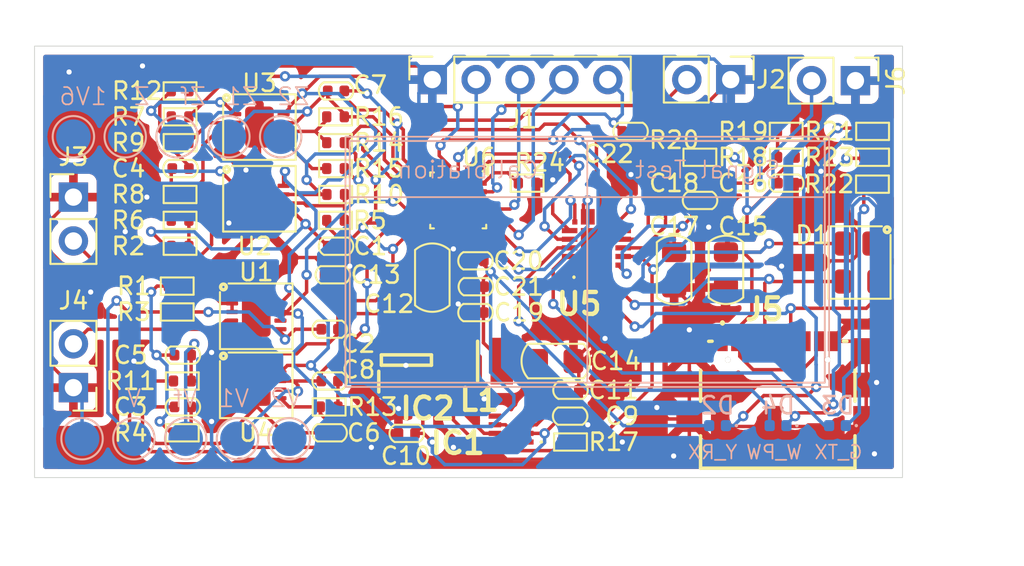
<source format=kicad_pcb>
(kicad_pcb (version 20240108) (generator "pcbnew") (generator_version "8.0")
  (layers (0 "F.Cu" signal) (31 "B.Cu" signal) (34 "B.Paste" user) (35 "F.Paste" user) (36 "B.SilkS" user "B.Silkscreen") (37 "F.SilkS" user "F.Silkscreen") (38 "B.Mask" user) (39 "F.Mask" user) (44 "Edge.Cuts" user))
  (net 0 "")
  (net 1 "Net-(U2B-+)")
  (net 2 "+1V6")
  (net 3 "Net-(U1B-+)")
  (net 4 "Net-(U4A-+)")
  (net 5 "Net-(C4-Pad2)")
  (net 6 "Net-(C4-Pad1)")
  (net 7 "Net-(U4A--)")
  (net 8 "Net-(C5-Pad1)")
  (net 9 "Net-(U4B-+)")
  (net 10 "/Analog/sigZ")
  (net 11 "Net-(C7-Pad1)")
  (net 12 "/Analog/sigV")
  (net 13 "Net-(C8-Pad1)")
  (net 14 "+5V")
  (net 15 "GND")
  (net 16 "Net-(IC1-VCC)")
  (net 17 "Net-(IC2-NR)")
  (net 18 "+3V3")
  (net 19 "Net-(U5-VDD)")
  (net 20 "Net-(D1-L2)")
  (net 21 "Net-(D1-L3)")
  (net 22 "Net-(D2-A)")
  (net 23 "Net-(D2-K)")
  (net 24 "Net-(D3-A)")
  (net 25 "Net-(D4-K)")
  (net 27 "Net-(IC1-~{RESET})")
  (net 28 "Net-(IC1-LX)")
  (net 29 "/SW2")
  (net 30 "/SW1")
  (net 31 "/SW3")
  (net 32 "/Interface/SYNC")
  (net 33 "/Analog/ZCTp")
  (net 34 "/Analog/Vp")
  (net 39 "Net-(U1A--)")
  (net 40 "Net-(U2A--)")
  (net 41 "Net-(U2B--)")
  (net 42 "Net-(U3A--)")
  (net 43 "Net-(U3A-+)")
  (net 44 "Net-(U3B--)")
  (net 45 "Net-(U3B-+)")
  (net 46 "Net-(U5-VBUS)")
  (net 47 "Net-(U5-~{RST})")
  (net 48 "Net-(U6-PB9)")
  (net 49 "/Analog/sigV2")
  (net 50 "/F4")
  (net 52 "/F1")
  (net 53 "/F3")
  (net 56 "/F6")
  (net 58 "/F5")
  (net 59 "/F2")
  (net 61 "Net-(D3-K)")
  (net 62 "/Analog/sigZ2")
  (footprint "PCM_Capacitor_SMD_AKL:C_0402_1005Metric" (layer "F.Cu") (at 188.2985 128.19)
    (property "Reference" "C21")
    (property "Value" "0.1u" (hide yes))
  )
  (footprint "PCM_Resistor_SMD_AKL:R_0402_1005Metric" (layer "F.Cu") (at 180.175 124.345)
    (property "Reference" "R5")
    (property "Value" "2.49k" (hide yes))
  )
  (footprint "PCM_Package_TO_SOT_SMD_AKL:SOT-143" (layer "F.Cu") (at 210.5085 126.79 -90)
    (property "Reference" "D1")
    (property "Value" "SP0503BAHT" (hide yes))
  )
  (footprint "PCM_Capacitor_SMD_AKL:C_0402_1005Metric" (layer "F.Cu") (at 206.2685 122.19 180)
    (property "Reference" "C16")
    (property "Value" "0.1u" (hide yes))
  )
  (footprint "Connector_PinSocket_2.54mm:PinSocket_1x05_P2.54mm_Vertical" (layer "F.Cu") (at 185.7785 116.19 90)
    (property "Reference" "J1")
    (property "Value" "Conn_01x05" (hide yes))
  )
  (footprint "Mouser:CP2102NA02GQFN20" (layer "F.Cu") (at 195.2785 125.69 90)
    (property "Reference" "U5")
    (property "Value" "CP2102N-A02-GQFN20" (hide yes))
  )
  (footprint "PCM_Resistor_SMD_AKL:R_0402_1005Metric" (layer "F.Cu") (at 180.175 118.345)
    (property "Reference" "R16")
    (property "Value" "32.4k" (hide yes))
  )
  (footprint "Connector_PinHeader_2.54mm:PinHeader_1x02_P2.54mm_Vertical" (layer "F.Cu") (at 203.0535 116.19 -90)
    (property "Reference" "J2")
    (property "Value" "Conn_01x02" (hide yes))
  )
  (footprint "Mouser:SOT95P280X145-6N" (layer "F.Cu") (at 184.2785 132.44 90)
    (property "Reference" "IC2")
    (property "Value" "REF35160QDBVR" (hide yes))
  )
  (footprint "PCM_Package_DFN_QFN_AKL:DFN-8-1EP_3x3mm_P0.5mm_EP1.66x2.38mm" (layer "F.Cu") (at 175.77 123.095)
    (property "Reference" "U2")
    (property "Value" "ADA4528-2ACPZ" (hide yes))
  )
  (footprint "PCM_Capacitor_SMD_AKL:C_0805_2012Metric_Pad1.15x1.40mm" (layer "F.Cu") (at 202.7785 127.215 90)
    (property "Reference" "C15")
    (property "Value" "4.7u" (hide yes))
  )
  (footprint "PCM_Capacitor_SMD_AKL:C_0402_1005Metric" (layer "F.Cu") (at 188.2785 126.69)
    (property "Reference" "C20")
    (property "Value" "0.1u" (hide yes))
  )
  (footprint "PCM_Capacitor_SMD_AKL:C_0805_2012Metric_Pad1.15x1.40mm" (layer "F.Cu") (at 199.7785 127.215 90)
    (property "Reference" "C17")
    (property "Value" "4.7u" (hide yes))
  )
  (footprint "PCM_Resistor_SMD_AKL:R_0402_1005Metric" (layer "F.Cu") (at 206.2785 120.69)
    (property "Reference" "R18")
    (property "Value" "22.1k" (hide yes))
  )
  (footprint "PCM_Resistor_SMD_AKL:R_0402_1005Metric" (layer "F.Cu") (at 179.805 135.155 180)
    (property "Reference" "R13")
    (property "Value" "4.99k" (hide yes))
  )
  (footprint "PCM_Capacitor_SMD_AKL:C_0402_1005Metric" (layer "F.Cu") (at 179.835 130.655 180)
    (property "Reference" "C2")
    (property "Value" "1u" (hide yes))
  )
  (footprint "PCM_Capacitor_SMD_AKL:C_0805_2012Metric_Pad1.15x1.40mm" (layer "F.Cu") (at 192.925 132.5)
    (property "Reference" "C14")
    (property "Value" "22u" (hide yes))
  )
  (footprint "PCM_Capacitor_SMD_AKL:C_0402_1005Metric" (layer "F.Cu") (at 171.335 132.155)
    (property "Reference" "C5")
    (property "Value" "15n" (hide yes))
  )
  (footprint "PCM_Resistor_SMD_AKL:R_0402_1005Metric" (layer "F.Cu") (at 211.26 122.25)
    (property "Reference" "R22")
    (property "Value" "330" (hide yes))
  )
  (footprint "Mouser:ADPL16000AATAT" (layer "F.Cu") (at 190.3405 136.44 90)
    (property "Reference" "IC1")
    (property "Value" "ADPL16000AATA+T" (hide yes))
  )
  (footprint "PCM_Resistor_SMD_AKL:R_0402_1005Metric" (layer "F.Cu") (at 171.175 118.345 180)
    (property "Reference" "R7")
    (property "Value" "2.49k" (hide yes))
  )
  (footprint "Mouser:INDC3225X270N" (layer "F.Cu") (at 188.4 132.5)
    (property "Reference" "L1")
    (property "Value" "CBC3225T470KR" (hide yes))
  )
  (footprint "PCM_Capacitor_SMD_AKL:C_0402_1005Metric" (layer "F.Cu") (at 179.835 136.655)
    (property "Reference" "C6")
    (property "Value" "15n" (hide yes))
  )
  (footprint "PCM_Resistor_SMD_AKL:R_0402_1005Metric" (layer "F.Cu") (at 206.2685 119.19 180)
    (property "Reference" "R19")
    (property "Value" "47.5k" (hide yes))
  )
  (footprint "Mouser:GSB1C41110SSHR" (layer "F.Cu") (at 205.7785 134.74)
    (property "Reference" "J5")
    (property "Value" "GSB1C41110SSHR" (hide yes))
  )
  (footprint "PCM_Resistor_SMD_AKL:R_0402_1005Metric" (layer "F.Cu") (at 201.2685 120.69)
    (property "Reference" "R20")
    (property "Value" "1k" (hide yes))
  )
  (footprint "PCM_Resistor_SMD_AKL:R_0402_1005Metric" (layer "F.Cu") (at 193.7785 137.19)
    (property "Reference" "R17")
    (property "Value" "3.65k" (hide yes))
  )
  (footprint "PCM_Package_DFN_QFN_AKL:DFN-8-1EP_3x3mm_P0.5mm_EP1.66x2.38mm" (layer "F.Cu") (at 175.585 133.905)
    (property "Reference" "U4")
    (property "Value" "ADA4528-2ACPZ" (hide yes))
  )
  (footprint "PCM_Resistor_SMD_AKL:R_0402_1005Metric" (layer "F.Cu") (at 171.175 122.845)
    (property "Reference" "R8")
    (property "Value" "76.8k" (hide yes))
  )
  (footprint "PCM_Capacitor_SMD_AKL:C_0402_1005Metric" (layer "F.Cu") (at 184.2985 136.69)
    (property "Reference" "C10")
    (property "Value" "0.1u" (hide yes))
  )
  (footprint "PCM_Resistor_SMD_AKL:R_0402_1005Metric" (layer "F.Cu") (at 180.175 119.845 180)
    (property "Reference" "R14")
    (property "Value" "2.49k" (hide yes))
  )
  (footprint "PCM_Resistor_SMD_AKL:R_0402_1005Metric" (layer "F.Cu") (at 171.175 125.845 180)
    (property "Reference" "R2")
    (property "Value" "2.67k" (hide yes))
  )
  (footprint "PCM_Capacitor_SMD_AKL:C_0402_1005Metric" (layer "F.Cu") (at 193.7785 134.19 180)
    (property "Reference" "C11")
    (property "Value" "1u" (hide yes))
  )
  (footprint "PCM_Capacitor_SMD_AKL:C_0402_1005Metric" (layer "F.Cu") (at 188.2785 129.69)
    (property "Reference" "C19")
    (property "Value" "1u" (hide yes))
  )
  (footprint "PCM_Resistor_SMD_AKL:R_0402_1005Metric" (layer "F.Cu") (at 171.305 136.655)
    (property "Reference" "R4")
    (property "Value" "16.2k" (hide yes))
  )
  (footprint "PCM_Resistor_SMD_AKL:R_0402_1005Metric" (layer "F.Cu") (at 211.2685 120.69)
    (property "Reference" "R23")
    (property "Value" "330" (hide yes))
  )
  (footprint "Connector_PinHeader_2.54mm:PinHeader_1x02_P2.54mm_Vertical" (layer "F.Cu") (at 165 123)
    (property "Reference" "J3")
    (property "Value" "Conn_01x02" (hide yes))
  )
  (footprint "PCM_Resistor_SMD_AKL:R_0402_1005Metric" (layer "F.Cu") (at 211.2685 119.19)
    (property "Reference" "R21")
    (property "Value" "330" (hide yes))
  )
  (footprint "PCM_Resistor_SMD_AKL:R_0402_1005Metric" (layer "F.Cu") (at 171.175 116.845)
    (property "Reference" "R12")
    (property "Value" "2.32k" (hide yes))
  )
  (footprint "PCM_Resistor_SMD_AKL:R_0402_1005Metric" (layer "F.Cu") (at 171.305 133.655 180)
    (property "Reference" "R11")
    (property "Value" "2.37k" (hide yes))
  )
  (footprint "Connector_PinHeader_2.54mm:PinHeader_1x02_P2.54mm_Vertical" (layer "F.Cu") (at 165 134.04 180)
    (property "Reference" "J4")
    (property "Value" "Conn_01x02" (hide yes))
  )
  (footprint "PCM_Resistor_SMD_AKL:R_0402_1005Metric" (layer "F.Cu") (at 171.01 129.655)
    (property "Reference" "R3")
    (property "Value" "2.67k" (hide yes))
  )
  (footprint "PCM_Capacitor_SMD_AKL:C_0402_1005Metric" (layer "F.Cu") (at 180.205 116.845 180)
    (property "Reference" "C7")
    (property "Value" "11n" (hide yes))
  )
  (footprint "PCM_Capacitor_SMD_AKL:C_0402_1005Metric" (layer "F.Cu") (at 180.205 125.845 180)
    (property "Reference" "C1")
    (property "Value" "1u" (hide yes))
  )
  (footprint "PCM_Capacitor_SMD_AKL:C_0402_1005Metric" (layer "F.Cu") (at 171.335 135.155)
    (property "Reference" "C3")
    (property "Value" "10n" (hide yes))
  )
  (footprint "PCM_Resistor_SMD_AKL:R_0402_1005Metric" (layer "F.Cu") (at 191.2685 122.19 180)
    (property "Reference" "R24")
    (property "Value" "10k" (hide yes))
  )
  (footprint "PCM_Resistor_SMD_AKL:R_0402_1005Metric" (layer "F.Cu") (at 180.175 121.345 180)
    (property "Reference" "R15")
    (property "Value" "38.3k" (hide yes))
  )
  (footprint "PCM_Capacitor_SMD_AKL:C_0402_1005Metric" (layer "F.Cu") (at 201.2785 123.19 180)
    (property "Reference" "C18")
    (property "Value" "0.1u" (hide yes))
  )
  (footprint "PCM_Capacitor_SMD_AKL:C_0402_1005Metric" (layer "F.Cu") (at 171.205 121.345)
    (property "Reference" "C4")
    (property "Value" "11n" (hide yes))
  )
  (footprint "PCM_Capacitor_SMD_AKL:C_0402_1005Metric" (layer "F.Cu") (at 193.7585 135.69 180)
    (property "Reference" "C9")
    (property "Value" "1u" (hide yes))
  )
  (footprint "PCM_Resistor_SMD_AKL:R_0402_1005Metric" (layer "F.Cu") (at 171.175 124.345 180)
    (property "Reference" "R6")
    (property "Value" "3.65k" (hide yes))
  )
  (footprint "PCM_Package_DFN_QFN_AKL:DFN-8-1EP_3x3mm_P0.5mm_EP1.66x2.38mm" (layer "F.Cu") (at 175.585 129.905)
    (property "Reference" "U1")
    (property "Value" "ADA4528-2ACPZ" (hide yes))
  )
  (footprint "PCM_Capacitor_SMD_AKL:C_0402_1005Metric" (layer "F.Cu") (at 197.2585 119.19 180)
    (property "Reference" "C22")
    (property "Value" "1u" (hide yes))
  )
  (footprint "PCM_Package_DFN_QFN_AKL:DFN-8-1EP_3x3mm_P0.5mm_EP1.66x2.38mm" (layer "F.Cu") (at 175.77 118.94)
    (property "Reference" "U3")
    (property "Value" "ADA4528-2ACPZ" (hide yes))
  )
  (footprint "Package_DFN_QFN:ST_UFQFPN-20_3x3mm_P0.5mm" (layer "F.Cu") (at 187.2785 123.19 -90)
    (property "Reference" "U6")
    (property "Value" "STM32L011F4Ux" (hide yes))
  )
  (footprint "PCM_Resistor_SMD_AKL:R_0402_1005Metric" (layer "F.Cu") (at 171.175 119.845 180)
    (property "Reference" "R9")
    (property "Value" "32.4k" (hide yes))
  )
  (footprint "PCM_Capacitor_SMD_AKL:C_0402_1005Metric" (layer "F.Cu") (at 180.02 127.5 180)
    (property "Reference" "C13")
    (property "Value" "1u" (hide yes))
  )
  (footprint "Connector_PinHeader_2.54mm:PinHeader_1x02_P2.54mm_Vertical" (layer "F.Cu") (at 210.275 116.25 -90)
    (property "Reference" "J6")
    (property "Value" "Conn_01x02")
  )
  (footprint "PCM_Capacitor_SMD_AKL:C_0805_2012Metric_Pad1.15x1.40mm" (layer "F.Cu") (at 185.7785 127.665 -90)
    (property "Reference" "C12")
    (property "Value" "10u" (hide yes))
  )
  (footprint "PCM_Resistor_SMD_AKL:R_0402_1005Metric" (layer "F.Cu") (at 180.185 122.845 180)
    (property "Reference" "R10")
    (property "Value" "499k" (hide yes))
  )
  (footprint "PCM_Capacitor_SMD_AKL:C_0402_1005Metric" (layer "F.Cu") (at 179.835 133.655 180)
    (property "Reference" "C8")
    (property "Value" "82n" (hide yes))
  )
  (footprint "PCM_Resistor_SMD_AKL:R_0402_1005Metric" (layer "F.Cu") (at 171.01 128.155 180)
    (property "Reference" "R1")
    (property "Value" "12.7k" (hide yes))
  )
  (footprint "TestPoint:TestPoint_Pad_D2.0mm" (layer "B.Cu") (at 174 119.5)
    (property "Reference" "TP8" (hide yes))
    (property "Value" "Z1")
  )
  (footprint "TestPoint:TestPoint_Pad_D2.0mm" (layer "B.Cu") (at 171.5 137)
    (property "Reference" "TP6" (hide yes))
    (property "Value" "Vf")
  )
  (footprint "TestPoint:TestPoint_Pad_D2.0mm" (layer "B.Cu") (at 165 119.5)
    (property "Reference" "TP1" (hide yes))
    (property "Value" "1V6")
  )
  (footprint "TestPoint:TestPoint_Pad_D2.0mm" (layer "B.Cu") (at 165.5 137)
    (property "Reference" "TP1" (hide yes))
    (property "Value" "1V6")
  )
  (footprint "LED_SMD:LED_0402_1005Metric" (layer "B.Cu") (at 209.235 136.24 180)
    (property "Reference" "D3")
    (property "Value" "LED-GREEN")
  )
  (footprint "LED_SMD:LED_0402_1005Metric" (layer "B.Cu") (at 205.7935 136.24 180)
    (property "Reference" "D4")
    (property "Value" "LED-WHITE")
  )
  (footprint "TestPoint:TestPoint_Pad_D2.0mm" (layer "B.Cu") (at 177.5 137)
    (property "Reference" "TP4" (hide yes))
    (property "Value" "V2")
  )
  (footprint "TestPoint:TestPoint_Pad_D2.0mm" (layer "B.Cu") (at 171 119.5)
    (property "Reference" "TP7" (hide yes))
    (property "Value" "Zf")
  )
  (footprint "LED_SMD:LED_0402_1005Metric" (layer "B.Cu") (at 202.2935 136.24 180)
    (property "Reference" "D2")
    (property "Value" "LED-YELLOW")
  )
  (footprint "TestPoint:TestPoint_Pad_D2.0mm" (layer "B.Cu") (at 168 119.5)
    (property "Reference" "TP3" (hide yes))
    (property "Value" "Z")
  )
  (footprint "TestPoint:TestPoint_Pad_D2.0mm" (layer "B.Cu") (at 174.5 137)
    (property "Reference" "TP9" (hide yes))
    (property "Value" "V1")
  )
  (footprint "TestPoint:TestPoint_Pad_D2.0mm" (layer "B.Cu") (at 168.5 137)
    (property "Reference" "TP2" (hide yes))
    (property "Value" "V")
  )
  (footprint "TestPoint:TestPoint_Pad_D2.0mm" (layer "B.Cu") (at 177 119.5)
    (property "Reference" "TP5" (hide yes))
    (property "Value" "Z2")
  )
  (gr_rect (start 181 119.75) (end 208.5 133.75) (stroke (width 0.1)) (fill none) (layer "B.SilkS"))
  (gr_rect (start 194.75 119.75) (end 208.5 133.75) (stroke (width 0.1)) (fill none) (layer "B.SilkS"))
  (gr_rect (start 181 119.75) (end 208.5 123) (stroke (width 0.1)) (fill none) (layer "B.SilkS"))
  (gr_rect (start 180.75 119.5) (end 208.75 134) (stroke (width 0.1)) (fill none) (layer "B.SilkS"))
  (gr_rect (start 162.75 114.25) (end 213 139.25) (stroke (width 0.05)) (fill none) (layer "Edge.Cuts"))
  (gr_text "Y_RX" (at 203.5 138.25 0) (layer "B.SilkS") (effects (font (size 0.8 0.8) (thickness 0.1)) (justify left bottom mirror)))
  (gr_text "V2" (at 178.25 135.25 0) (layer "B.SilkS") (effects (font (size 1 1) (thickness 0.1)) (justify left bottom mirror)))
  (gr_text "Vf" (at 172.25 135.25 0) (layer "B.SilkS") (effects (font (size 1 1) (thickness 0.1)) (justify left bottom mirror)))
  (gr_text "W_PW" (at 207.25 138.25 0) (layer "B.SilkS") (effects (font (size 0.8 0.8) (thickness 0.1)) (justify left bottom mirror)))
  (gr_text "Signal Test" (at 206 122 0) (layer "B.SilkS") (effects (font (size 1 1) (thickness 0.1)) (justify left bottom mirror)))
  (gr_text "Zf" (at 172.75 117.75 0) (layer "B.SilkS") (effects (font (size 1 1) (thickness 0.1)) (justify left bottom mirror)))
  (gr_text "V1" (at 175.25 135.25 0) (layer "B.SilkS") (effects (font (size 1 1) (thickness 0.1)) (justify left bottom mirror)))
  (gr_text "G_TX" (at 210.75 138.25 0) (layer "B.SilkS") (effects (font (size 0.8 0.8) (thickness 0.1)) (justify left bottom mirror)))
  (gr_text "Calibration" (at 192 122 0) (layer "B.SilkS") (effects (font (size 1 1) (thickness 0.1)) (justify left bottom mirror)))
  (gr_text "V" (at 169 135.25 0) (layer "B.SilkS") (effects (font (size 1 1) (thickness 0.1)) (justify left bottom mirror)))
  (gr_text "Z" (at 169.5 117.75 0) (layer "B.SilkS") (effects (font (size 1 1) (thickness 0.1)) (justify left bottom mirror)))
  (gr_text "1V6" (at 167 117.75 0) (layer "B.SilkS") (effects (font (size 1 1) (thickness 0.1)) (justify left bottom mirror)))
  (gr_text "Z2" (at 178.75 117.75 0) (layer "B.SilkS") (effects (font (size 1 1) (thickness 0.1)) (justify left bottom mirror)))
  (gr_text "Z1" (at 175.75 117.75 0) (layer "B.SilkS") (effects (font (size 1 1) (thickness 0.1)) (justify left bottom mirror)))
  (segment (start 170.345 125.845) (end 169.5 125) (width 0.2) (layer "F.Cu") (net 1))
  (segment (start 177.17 123.845) (end 177.725 123.845) (width 0.2) (layer "F.Cu") (net 1))
  (segment (start 170.665 125.845) (end 170.345 125.845) (width 0.2) (layer "F.Cu") (net 1))
  (segment (start 178.44 124.56) (end 179.725 125.845) (width 0.2) (layer "F.Cu") (net 1))
  (segment (start 177.725 123.845) (end 178.44 124.56) (width 0.2) (layer "F.Cu") (net 1))
  (via (at 169.5 125) (size 0.6) (drill 0.3) (layers "F.Cu" "B.Cu") (net 1))
  (via (at 178.44 124.56) (size 0.6) (drill 0.3) (layers "F.Cu" "B.Cu") (net 1))
  (segment (start 177 126) (end 178.44 124.56) (width 0.2) (layer "B.Cu") (net 1))
  (segment (start 173 126) (end 177 126) (width 0.2) (layer "B.Cu") (net 1))
  (segment (start 172 125) (end 173 126) (width 0.2) (layer "B.Cu") (net 1))
  (segment (start 169.5 125) (end 172 125) (width 0.2) (layer "B.Cu") (net 1))
  (segment (start 177.27 126.5) (end 177.27 126.27) (width 0.2) (layer "F.Cu") (net 2))
  (segment (start 164.5 127) (end 163.5 126) (width 0.2) (layer "F.Cu") (net 2))
  (segment (start 184.59 124.59) (end 184.5 124.5) (width 0.2) (layer "F.Cu") (net 2))
  (segment (start 174.25 127.535) (end 164.465 127.535) (width 0.2) (layer "F.Cu") (net 2))
  (segment (start 180.685 125.845) (end 180.685 126.315) (width 0.2) (layer "F.Cu") (net 2))
  (segment (start 175.585 135.095) (end 175.585 133.905) (width 0.2) (layer "F.Cu") (net 2))
  (segment (start 175.77 128.23) (end 175.77 129.72) (width 0.2) (layer "F.Cu") (net 2))
  (segment (start 173.5 116.53) (end 173.5 116.5) (width 0.2) (layer "F.Cu") (net 2))
  (segment (start 177.27 126.27) (end 175.875 124.875) (width 0.2) (layer "F.Cu") (net 2))
  (segment (start 175.73 128.23) (end 175 127.5) (width 0.2) (layer "F.Cu") (net 2))
  (segment (start 179.54 126.96) (end 180 126.5) (width 0.2) (layer "F.Cu") (net 2))
  (segment (start 175.77 129.72) (end 175.585 129.905) (width 0.2) (layer "F.Cu") (net 2))
  (segment (start 175.77 124.285) (end 175.77 123.095) (width 0.2) (layer "F.Cu") (net 2))
  (segment (start 179.54 127.5) (end 179.54 126.96) (width 0.2) (layer "F.Cu") (net 2))
  (segment (start 163.5 132.54) (end 165 134.04) (width 0.2) (layer "F.Cu") (net 2))
  (segment (start 175.77 128.23) (end 175.73 128.23) (width 0.2) (layer "F.Cu") (net 2))
  (segment (start 169 135.5) (end 169 136.5) (width 0.2) (layer "F.Cu") (net 2))
  (segment (start 173.5 116.5) (end 175.5 116.5) (width 0.2) (layer "F.Cu") (net 2))
  (segment (start 184.921372 124.59) (end 184.59 124.59) (width 0.2) (layer "F.Cu") (net 2))
  (segment (start 173.475 137.275) (end 175.585 135.165) (width 0.2) (layer "F.Cu") (net 2))
  (segment (start 182.5 129) (end 180.61 129) (width 0.2) (layer "F.Cu") (net 2))
  (segment (start 179.54 128.52) (end 179.54 127.5) (width 0.2) (layer "F.Cu") (net 2))
  (segment (start 184.5 124.5) (end 182.03 124.5) (width 0.2) (layer "F.Cu") (net 2))
  (segment (start 182.5 124.03) (end 181.765 124.765) (width 0.2) (layer "F.Cu") (net 2))
  (segment (start 163.5 128.5) (end 163.5 132.54) (width 0.2) (layer "F.Cu") (net 2))
  (segment (start 180.315 130.935) (end 180.315 130.655) (width 0.2) (layer "F.Cu") (net 2))
  (segment (start 175.585 135.165) (end 175.585 133.905) (width 0.2) (layer "F.Cu") (net 2))
  (segment (start 180 126.5) (end 179.5 126.5) (width 0.2) (layer "F.Cu") (net 2))
  (segment (start 175.585 131.75) (end 175.585 129.905) (width 0.2) (layer "F.Cu") (net 2))
  (segment (start 175.875 124.875) (end 173.75 127) (width 0.2) (layer "F.Cu") (net 2))
  (segment (start 182 117.945) (end 181.445 117.945) (width 0.2) (layer "F.Cu") (net 2))
  (segment (start 179.5 126.5) (end 179 126.5) (width 0.2) (layer "F.Cu") (net 2))
  (segment (start 175.585 128.915) (end 175.585 129.905) (width 0.2) (layer "F.Cu") (net 2))
  (segment (start 175.77 123.095) (end 175.77 124.605) (width 0.2) (layer "F.Cu") (net 2))
  (segment (start 184.1 120.795814) (end 185.152093 121.847907) (width 0.2) (layer "F.Cu") (net 2))
  (segment (start 181.22 129.75) (end 182.75 129.75) (width 0.2) (layer "F.Cu") (net 2))
  (segment (start 184.1 119.1) (end 184.1 120.795814) (width 0.2) (layer "F.Cu") (net 2))
  (segment (start 163.5 126) (end 163.5 124.5) (width 0.2) (layer "F.Cu") (net 2))
  (segment (start 178.5 131.5) (end 179.75 131.5) (width 0.2) (layer "F.Cu") (net 2))
  (segment (start 177.985 126.5) (end 177.27 126.5) (width 0.2) (layer "F.Cu") (net 2))
  (segment (start 181.34 120.5) (end 181.34 120.84) (width 0.2) (layer "F.Cu") (net 2))
  (segment (start 175.77 118.94) (end 175.77 123.095) (width 0.2) (layer "F.Cu") (net 2))
  (segment (start 181.765 124.765) (end 180.685 125.845) (width 0.2) (layer "F.Cu") (net 2))
  (segment (start 183 120.827186) (end 183 119.575736) (width 0.2) (layer "F.Cu") (net 2))
  (segment (start 175.585 133.905) (end 175.585 132.4) (width 0.2) (layer "F.Cu") (net 2))
  (segment (start 180.685 119.845) (end 181.34 120.5) (width 0.2) (layer "F.Cu") (net 2))
  (segment (start 171.685 118.345) (end 173.5 116.53) (width 0.2) (layer "F.Cu") (net 2))
  (segment (start 183 119.575736) (end 182.324264 118.9) (width 0.2) (layer "F.Cu") (net 2))
  (segment (start 175.77 124.605) (end 173.375 127) (width 0.2) (layer "F.Cu") (net 2))
  (segment (start 164.465 127.535) (end 163.5 128.5) (width 0.2) (layer "F.Cu") (net 2))
  (segment (start 185.362814 123.19) (end 183 120.827186) (width 0.2) (layer "F.Cu") (net 2))
  (segment (start 180.315 130.655) (end 181.22 129.75) (width 0.2) (layer "F.Cu") (net 2))
  (segment (start 175.91 132.075) (end 177.925 132.075) (width 0.2) (layer "F.Cu") (net 2))
  (segment (start 182.75 129.75) (end 183.3285 130.3285) (width 0.2) (layer "F.Cu") (net 2))
  (segment (start 177.27 126.5) (end 177.27 126.73) (width 0.2) (layer "F.Cu") (net 2))
  (segment (start 180.685 125.685) (end 179.665 124.665) (width 0.2) (layer "F.Cu") (net 2))
  (segment (start 183.5 126) (end 183.3285 126.1715) (width 0.2) (layer "F.Cu") (net 2))
  (segment (start 183.5 126) (end 183.5 128) (width 0.2) (layer "F.Cu") (net 2))
  (segment (start 175.585 128.715) (end 174.405 127.535) (width 0.2) (layer "F.Cu") (net 2))
  (segment (start 179.355 136.655) (end 177.145 136.655) (width 0.2) (layer "F.Cu") (net 2))
  (segment (start 175.585 129.905) (end 175.585 128.715) (width 0.2) (layer "F.Cu") (net 2))
  (segment (start 175.77 124.77) (end 175.77 123.095) (width 0.2) (layer "F.Cu") (net 2))
  (segment (start 179.54 127.5) (end 179.54 126.54) (width 0.2) (layer "F.Cu") (net 2))
  (segment (start 181.445 117.945) (end 181 117.5) (width 0.2) (layer "F.Cu") (net 2))
  (segment (start 183.5 126) (end 184.1 125.4) (width 0.2) (layer "F.Cu") (net 2))
  (segment (start 177.925 132.075) (end 178.5 131.5) (width 0.2) (layer "F.Cu") (net 2))
  (segment (start 180.5 126.5) (end 180 126.5) (width 0.2) (layer "F.Cu") (net 2))
  (segment (start 175.585 129.905) (end 175.585 133.905) (width 0.2) (layer "F.Cu") (net 2))
  (segment (start 175.91 132.075) (end 175.585 131.75) (width 0.2) (layer "F.Cu") (net 2))
  (segment (start 177.27 126.73) (end 175.77 128.23) (width 0.2) (layer "F.Cu") (net 2))
  (segment (start 179.54 126.54) (end 179.5 126.5) (width 0.2) (layer "F.Cu") (net 2))
  (segment (start 182.5 122) (end 182.5 124.03) (width 0.2) (layer "F.Cu") (net 2))
  (segment (start 180.685 126.315) (end 180.5 126.5) (width 0.2) (layer "F.Cu") (net 2))
  (segment (start 182.945 117.945) (end 182 117.945) (width 0.2) (layer "F.Cu") (net 2))
  (segment (start 170.855 135.155) (end 169.345 135.155) (width 0.2) (layer "F.Cu") (net 2))
  (segment (start 179.665 124.665) (end 179.665 124.345) (width 0.2) (layer "F.Cu") (net 2))
  (segment (start 175.77 116.77) (end 175.77 118.94) (width 0.2) (layer "F.Cu") (net 2))
  (segment (start 179.75 131.5) (end 180.315 130.935) (width 0.2) (layer "F.Cu") (net 2))
  (segment (start 179.46 126.96) (end 179 126.5) (width 0.2) (layer "F.Cu") (net 2))
  (segment (start 179.54 126.96) (end 179.46 126.96) (width 0.2) (layer "F.Cu") (net 2))
  (segment (start 177.145 136.655) (end 175.585 135.095) (width 0.2) (layer "F.Cu") (net 2))
  (segment (start 175 127.5) (end 174.965 127.535) (width 0.2) (layer "F.Cu") (net 2))
  (segment (start 177.985 126.5) (end 177.985 126.515) (width 0.2) (layer "F.Cu") (net 2))
  (segment (start 186.109186 125.4) (end 186.3435 125.165685) (width 0.2) (layer "F.Cu") (net 2))
  (segment (start 177.985 126.5) (end 175.77 124.285) (width 0.2) (layer "F.Cu") (net 2))
  (segment (start 175.5 116.5) (end 175.77 116.77) (width 0.2) (layer "F.Cu") (net 2))
  (segment (start 180.685 125.845) (end 180.685 125.685) (width 0.2) (layer "F.Cu") (net 2))
  (segment (start 163.5 124.5) (end 165 123) (width 0.2) (layer "F.Cu") (net 2))
  (segment (start 180.61 129) (end 180.315 129.295) (width 0.2) (layer "F.Cu") (net 2))
  (segment (start 175.585 132.4) (end 175.91 132.075) (width 0.2) (layer "F.Cu") (net 2))
  (segment (start 173.375 127) (end 164.5 127) (width 0.2) (layer "F.Cu") (net 2))
  (segment (start 169.345 135.155) (end 169 135.5) (width 0.2) (layer "F.Cu") (net 2))
  (segment (start 184 119) (end 184.1 119.1) (width 0.2) (layer "F.Cu") (net 2))
  (segment (start 180.315 129.295) (end 179.54 128.52) (width 0.2) (layer "F.Cu") (net 2))
  (segment (start 174.405 127.535) (end 174.25 127.535) (width 0.2) (layer "F.Cu") (net 2))
  (segment (start 183.3285 130.3285) (end 183.3285 131.19) (width 0.2) (layer "F.Cu") (net 2))
  (segment (start 180.315 130.655) (end 180.315 129.295) (width 0.2) (layer "F.Cu") (net 2))
  (segment (start 184 119) (end 182.945 117.945) (width 0.2) (layer "F.Cu") (net 2))
  (segment (start 185.9785 123.19) (end 185.362814 123.19) (width 0.2) (layer "F.Cu") (net 2))
  (segment (start 182.03 124.5) (end 181.765 124.765) (width 0.2) (layer "F.Cu") (net 2))
  (segment (start 179 126.5) (end 177.985 126.5) (width 0.2) (layer "F.Cu") (net 2))
  (segment (start 173.75 127) (end 173.375 127) (width 0.2) (layer "F.Cu") (net 2))
  (segment (start 183.5 128) (end 182.5 129) (width 0.2) (layer "F.Cu") (net 2))
  (segment (start 184.1 125.4) (end 186.109186 125.4) (width 0.2) (layer "F.Cu") (net 2))
  (segment (start 181.63 118.9) (end 180.685 119.845) (width 0.2) (layer "F.Cu") (net 2))
  (segment (start 174.965 127.535) (end 174.25 127.535) (width 0.2) (layer "F.Cu") (net 2))
  (segment (start 175.875 124.875) (end 175.77 124.77) (width 0.2) (layer "F.Cu") (net 2))
  (segment (start 169 136.5) (end 169.775 137.275) (width 0.2) (layer "F.Cu") (net 2))
  (segment (start 175.585 123.28) (end 175.77 123.095) (width 0.2) (layer "F.Cu") (net 2))
  (segment (start 182.324264 118.9) (end 181.63 118.9) (width 0.2) (layer "F.Cu") (net 2))
  (segment (start 181.34 120.84) (end 182.5 122) (width 0.2) (layer "F.Cu") (net 2))
  (segment (start 177.985 126.515) (end 175.585 128.915) (width 0.2) (layer "F.Cu") (net 2))
  (segment (start 169.775 137.275) (end 173.475 137.275) (width 0.2) (layer "F.Cu") (net 2))
  (via (at 182.5 122) (size 0.6) (drill 0.3) (layers "F.Cu" "B.Cu") (net 2))
  (via (at 183.5 126) (size 0.6) (drill 0.3) (layers "F.Cu" "B.Cu") (net 2))
  (via (at 181.765 124.765) (size 0.6) (drill 0.3) (layers "F.Cu" "B.Cu") (net 2))
  (via (at 183.75 118.75) (size 0.6) (drill 0.3) (layers "F.Cu" "B.Cu") (net 2))
  (segment (start 165.5 134.54) (end 165 134.04) (width 0.2) (layer "B.Cu") (net 2))
  (segment (start 165.5 137) (end 165.5 134.54) (width 0.2) (layer "B.Cu") (net 2))
  (segment (start 181.765 124.765) (end 183 126) (width 0.2) (layer "B.Cu") (net 2))
  (segment (start 183.75 118.75) (end 183.75 120.75) (width 0.2) (layer "B.Cu") (net 2))
  (segment (start 183.75 120.75) (end 182.5 122) (width 0.2) (layer "B.Cu") (net 2))
  (segment (start 183 126) (end 183.5 126) (width 0.2) (layer "B.Cu") (net 2))
  (segment (start 171.815 129.655) (end 172.815 129.655) (width 0.2) (layer "F.Cu") (net 3))
  (segment (start 177.25 131.09) (end 176.815 130.655) (width 0.2) (layer "F.Cu") (net 3))
  (segment (start 177.25 131.25) (end 177.25 131.09) (width 0.2) (layer "F.Cu") (net 3))
  (segment (start 177.25 131.25) (end 177.845 130.655) (width 0.2) (layer "F.Cu") (net 3))
  (segment (start 177.845 130.655) (end 179.355 130.655) (width 0.2) (layer "F.Cu") (net 3))
  (via (at 177.25 131.25) (size 0.6) (drill 0.3) (layers "F.Cu" "B.Cu") (net 3))
  (via (at 172.815 129.655) (size 0.6) (drill 0.3) (layers "F.Cu" "B.Cu") (net 3))
  (segment (start 176.5 130.5) (end 176 130.5) (width 0.2) (layer "B.Cu") (net 3))
  (segment (start 175.155 129.655) (end 172.815 129.655) (width 0.2) (layer "B.Cu") (net 3))
  (segment (start 177.25 131.25) (end 176.5 130.5) (width 0.2) (layer "B.Cu") (net 3))
  (segment (start 176 130.5) (end 175.155 129.655) (width 0.2) (layer "B.Cu") (net 3))
  (segment (start 173.485 134.155) (end 174.185 134.155) (width 0.2) (layer "F.Cu") (net 4))
  (segment (start 173.485 134.17) (end 173.485 134.155) (width 0.2) (layer "F.Cu") (net 4))
  (segment (start 172.5 135.155) (end 173.485 134.17) (width 0.2) (layer "F.Cu") (net 4))
  (segment (start 171.815 136.655) (end 171.815 135.155) (width 0.2) (layer "F.Cu") (net 4))
  (segment (start 171.815 135.155) (end 172.5 135.155) (width 0.2) (layer "F.Cu") (net 4))
  (segment (start 174.37 118.19) (end 173.68 117.5) (width 0.2) (layer "F.Cu") (net 5))
  (segment (start 173.68 117.5) (end 173.5 117.5) (width 0.2) (layer "F.Cu") (net 5))
  (segment (start 170.665 116.845) (end 170.655 116.845) (width 0.2) (layer "F.Cu") (net 5))
  (segment (start 169.5 118) (end 170 117.5) (width 0.2) (layer "F.Cu") (net 5))
  (segment (start 170.665 120.165) (end 171.685 121.185) (width 0.2) (layer "F.Cu") (net 5))
  (segment (start 170 117.5) (end 170 119.18) (width 0.2) (layer "F.Cu") (net 5))
  (segment (start 170 119.18) (end 170.665 119.845) (width 0.2) (layer "F.Cu") (net 5))
  (segment (start 170.665 119.845) (end 170.665 120.165) (width 0.2) (layer "F.Cu") (net 5))
  (segment (start 171.685 121.185) (end 171.685 121.345) (width 0.2) (layer "F.Cu") (net 5))
  (segment (start 170.655 116.845) (end 170 117.5) (width 0.2) (layer "F.Cu") (net 5))
  (via (at 173.5 117.5) (size 0.6) (drill 0.3) (layers "F.Cu" "B.Cu") (net 5))
  (via (at 169.5 118) (size 0.6) (drill 0.3) (layers "F.Cu" "B.Cu") (net 5))
  (segment (start 171 119.5) (end 169.5 118) (width 0.2) (layer "B.Cu") (net 5))
  (segment (start 169.5 118) (end 170 117.5) (width 0.2) (layer "B.Cu") (net 5))
  (segment (start 170 117.5) (end 173.5 117.5) (width 0.2) (layer "B.Cu") (net 5))
  (segment (start 170.665 122.845) (end 170.665 124.345) (width 0.2) (layer "F.Cu") (net 6))
  (segment (start 170.665 121.405) (end 170.665 122.845) (width 0.2) (layer "F.Cu") (net 6))
  (segment (start 170.725 121.345) (end 170.665 121.405) (width 0.2) (layer "F.Cu") (net 6))
  (segment (start 171.815 131.685) (end 172 131.5) (width 0.2) (layer "F.Cu") (net 7))
  (segment (start 171.815 132.155) (end 171.815 133.655) (width 0.2) (layer "F.Cu") (net 7))
  (segment (start 171.815 133.655) (end 174.015 133.655) (width 0.2) (layer "F.Cu") (net 7))
  (segment (start 174.185 133.155) (end 174.185 133.655) (width 0.2) (layer "F.Cu") (net 7))
  (segment (start 171.815 132.155) (end 171.815 131.685) (width 0.2) (layer "F.Cu") (net 7))
  (via (at 172 131.5) (size 0.6) (drill 0.3) (layers "F.Cu" "B.Cu") (net 7))
  (segment (start 171.5 137) (end 171.5 132) (width 0.2) (layer "B.Cu") (net 7))
  (segment (start 171.5 132) (end 172 131.5) (width 0.2) (layer "B.Cu") (net 7))
  (segment (start 170.5 128.155) (end 169.845 128.155) (width 0.2) (layer "F.Cu") (net 8))
  (segment (start 170.795 136.655) (end 170.655 136.655) (width 0.2) (layer "F.Cu") (net 8))
  (segment (start 169.845 128.155) (end 169.5 128.5) (width 0.2) (layer "F.Cu") (net 8))
  (segment (start 170.655 136.655) (end 170 136) (width 0.2) (layer "F.Cu") (net 8))
  (segment (start 170.855 132.155) (end 169.815 132.155) (width 0.2) (layer "F.Cu") (net 8))
  (via (at 170 136) (size 0.6) (drill 0.3) (layers "F.Cu" "B.Cu") (net 8))
  (via (at 169.815 132.155) (size 0.6) (drill 0.3) (layers "F.Cu" "B.Cu") (net 8))
  (via (at 169.5 128.5) (size 0.6) (drill 0.3) (layers "F.Cu" "B.Cu") (net 8))
  (segment (start 169.5 131.84) (end 169.815 132.155) (width 0.2) (layer "B.Cu") (net 8))
  (segment (start 170 136) (end 170.415 135.585) (width 0.2) (layer "B.Cu") (net 8))
  (segment (start 169.5 128.5) (end 169.5 131.84) (width 0.2) (layer "B.Cu") (net 8))
  (segment (start 170.415 132.755) (end 169.815 132.155) (width 0.2) (layer "B.Cu") (net 8))
  (segment (start 170.415 135.585) (end 170.415 132.755) (width 0.2) (layer "B.Cu") (net 8))
  (segment (start 176.985 134.655) (end 177.485 135.155) (width 0.2) (layer "F.Cu") (net 9))
  (segment (start 177.485 135.155) (end 179.295 135.155) (width 0.2) (layer "F.Cu") (net 9))
  (segment (start 179.295 135.155) (end 179.295 135.546528) (width 0.2) (layer "F.Cu") (net 9))
  (segment (start 179.295 135.546528) (end 180.315 136.566528) (width 0.2) (layer "F.Cu") (net 9))
  (segment (start 180.315 136.566528) (end 180.315 136.655) (width 0.2) (layer "F.Cu") (net 9))
  (segment (start 182.345 118.345) (end 183.5 119.5) (width 0.2) (layer "F.Cu") (net 10))
  (segment (start 180.685 118.345) (end 182.345 118.345) (width 0.2) (layer "F.Cu") (net 10))
  (segment (start 185.4285 122.69) (end 185.9785 122.69) (width 0.2) (layer "F.Cu") (net 10))
  (segment (start 183.5 120.7615) (end 185.4285 122.69) (width 0.2) (layer "F.Cu") (net 10))
  (segment (start 177.17 118.69) (end 177.88 118.69) (width 0.2) (layer "F.Cu") (net 10))
  (segment (start 178.535 118.035) (end 179.725 116.845) (width 0.2) (layer "F.Cu") (net 10))
  (segment (start 179.725 116.845) (end 179.725 117.225) (width 0.2) (layer "F.Cu") (net 10))
  (segment (start 180.685 118.185) (end 180.685 118.345) (width 0.2) (layer "F.Cu") (net 10))
  (segment (start 179.725 117.225) (end 180.685 118.185) (width 0.2) (layer "F.Cu") (net 10))
  (segment (start 177.88 118.69) (end 178.535 118.035) (width 0.2) (layer "F.Cu") (net 10))
  (segment (start 183.5 119.5) (end 183.5 120.7615) (width 0.2) (layer "F.Cu") (net 10))
  (via (at 178.535 118.035) (size 0.6) (drill 0.3) (layers "F.Cu" "B.Cu") (net 10))
  (segment (start 175.465 118.035) (end 178.535 118.035) (width 0.2) (layer "B.Cu") (net 10))
  (segment (start 174 119.5) (end 175.465 118.035) (width 0.2) (layer "B.Cu") (net 10))
  (segment (start 181.34 122) (end 181.5 122) (width 0.2) (layer "F.Cu") (net 11))
  (segment (start 181.845 116.845) (end 180.685 116.845) (width 0.2) (layer "F.Cu") (net 11))
  (segment (start 172.53 116) (end 171.685 116.845) (width 0.2) (layer "F.Cu") (net 11))
  (segment (start 177.25 116) (end 172.53 116) (width 0.2) (layer "F.Cu") (net 11))
  (segment (start 182 117) (end 181.845 116.845) (width 0.2) (layer "F.Cu") (net 11))
  (segment (start 180.685 121.345) (end 181.34 122) (width 0.2) (layer "F.Cu") (net 11))
  (via (at 182 117) (size 0.6) (drill 0.3) (layers "F.Cu" "B.Cu") (net 11))
  (via (at 181.5 122) (size 0.6) (drill 0.3) (layers "F.Cu" "B.Cu") (net 11))
  (via (at 177.25 116) (size 0.6) (drill 0.3) (layers "F.Cu" "B.Cu") (net 11))
  (segment (start 177.25 116) (end 181 116) (width 0.2) (layer "B.Cu") (net 11))
  (segment (start 183 118) (end 182 117) (width 0.2) (layer "B.Cu") (net 11))
  (segment (start 181.5 122) (end 181.5 121.75) (width 0.2) (layer "B.Cu") (net 11))
  (segment (start 183 120.25) (end 183 118) (width 0.2) (layer "B.Cu") (net 11))
  (segment (start 181 116) (end 182 117) (width 0.2) (layer "B.Cu") (net 11))
  (segment (start 181.5 121.75) (end 183 120.25) (width 0.2) (layer "B.Cu") (net 11))
  (segment (start 178 133.905) (end 177.75 133.655) (width 0.2) (layer "F.Cu") (net 12))
  (segment (start 183 125) (end 182 126) (width 0.2) (layer "F.Cu") (net 12))
  (segment (start 179.355 133.145) (end 179.355 133.655) (width 0.2) (layer "F.Cu") (net 12))
  (segment (start 177.75 133.655) (end 179.355 133.655) (width 0.2) (layer "F.Cu") (net 12))
  (segment (start 178 134.25) (end 178 133.905) (width 0.2) (layer "F.Cu") (net 12))
  (segment (start 185.9435 125) (end 183 125) (width 0.2) (layer "F.Cu") (net 12))
  (segment (start 176.815 133.655) (end 177.75 133.655) (width 0.2) (layer "F.Cu") (net 12))
  (segment (start 181.875 130.625) (end 179.355 133.145) (width 0.2) (layer "F.Cu") (net 12))
  (segment (start 182 126) (end 182 128) (width 0.2) (layer "F.Cu") (net 12))
  (segment (start 186.2785 124.665) (end 185.9435 125) (width 0.2) (layer "F.Cu") (net 12))
  (via (at 181.875 130.625) (size 0.6) (drill 0.3) (layers "F.Cu" "B.Cu") (net 12))
  (via (at 182 128) (size 0.6) (drill 0.3) (layers "F.Cu" "B.Cu") (net 12))
  (via (at 178 134.25) (size 0.6) (drill 0.3) (layers "F.Cu" "B.Cu") (net 12))
  (segment (start 182 130.5) (end 182 128) (width 0.2) (layer "B.Cu") (net 12))
  (segment (start 177.25 134.25) (end 178 134.25) (width 0.2) (layer "B.Cu") (net 12))
  (segment (start 181.875 130.625) (end 182 130.5) (width 0.2) (layer "B.Cu") (net 12))
  (segment (start 174.5 137) (end 177.25 134.25) (width 0.2) (layer "B.Cu") (net 12))
  (segment (start 180.345 133.655) (end 180.315 133.655) (width 0.2) (layer "F.Cu") (net 13))
  (segment (start 168.25 134.75) (end 168.25 136.5) (width 0.2) (layer "F.Cu") (net 13))
  (segment (start 174 137.75) (end 174.25 137.5) (width 0.2) (layer "F.Cu") (net 13))
  (segment (start 181.5 137) (end 181.5 136) (width 0.2) (layer "F.Cu") (net 13))
  (segment (start 170.795 133.655) (end 169.345 133.655) (width 0.2) (layer "F.Cu") (net 13))
  (segment (start 168.25 136.5) (end 169.5 137.75) (width 0.2) (layer "F.Cu") (net 13))
  (segment (start 169.345 133.655) (end 168.25 134.75) (width 0.2) (layer "F.Cu") (net 13))
  (segment (start 180.315 135.155) (end 180.315 133.655) (width 0.2) (layer "F.Cu") (net 13))
  (segment (start 180.655 135.155) (end 180.315 135.155) (width 0.2) (layer "F.Cu") (net 13))
  (segment (start 169.5 137.75) (end 174 137.75) (width 0.2) (layer "F.Cu") (net 13))
  (segment (start 174.25 137.5) (end 181 137.5) (width 0.2) (layer "F.Cu") (net 13))
  (segment (start 181.5 136) (end 180.655 135.155) (width 0.2) (layer "F.Cu") (net 13))
  (segment (start 181 137.5) (end 181.5 137) (width 0.2) (layer "F.Cu") (net 13))
  (segment (start 185.2785 136.69) (end 185.7785 137.19) (width 0.2) (layer "F.Cu") (net 14))
  (segment (start 204 123.75) (end 204.2285 123.75) (width 0.2) (layer "F.Cu") (net 14))
  (segment (start 204.2785 129.775) (end 204.2785 126.69) (width 0.2) (layer "F.Cu") (net 14))
  (segment (start 185.2285 133.69) (end 185.2285 131.19) (width 0.2) (layer "F.Cu") (net 14))
  (segment (start 191.2785 136.69) (end 192.2785 136.69) (width 0.2) (layer "F.Cu") (net 14))
  (segment (start 191.2285 136.74) (end 191.2785 136.69) (width 0.2) (layer "F.Cu") (net 14))
  (segment (start 201.7785 120.69) (end 203.2785 120.69) (width 0.2) (layer "F.Cu") (net 14))
  (segment (start 207.2035 133) (end 204.3535 133) (width 0.2) (layer "F.Cu") (net 14))
  (segment (start 198.5 133.9685) (end 195.2785 137.19) (width 0.2) (layer "F.Cu") (net 14))
  (segment (start 193.2785 135.69) (end 193.2785 136.19) (width 0.2) (layer "F.Cu") (net 14))
  (segment (start 195.2785 137.19) (end 194.42 137.19) (width 0.2) (layer "F.Cu") (net 14))
  (segment (start 204.3535 133) (end 203.5785 132.225) (width 0.2) (layer "F.Cu") (net 14))
  (segment (start 207.9935 132.21) (end 207.2035 133) (width 0.2) (layer "F.Cu") (net 14))
  (segment (start 203.3785 130.675) (end 204.2785 129.775) (width 0.2) (layer "F.Cu") (net 14))
  (segment (start 192.2785 136.69) (end 193.2785 135.69) (width 0.2) (layer "F.Cu") (net 14))
  (segment (start 204 123.75) (end 204 124.4685) (width 0.2) (layer "F.Cu") (net 14))
  (segment (start 194.2785 137.19) (end 194.2885 137.19) (width 0.2) (layer "F.Cu") (net 14))
  (segment (start 205.2785 125.69) (end 209.5585 125.69) (width 0.2) (layer "F.Cu") (net 14))
  (segment (start 184.7285 136.64) (end 184.7785 136.69) (width 0.2) (layer "F.Cu") (net 14))
  (segment (start 205.2785 125.69) (end 204.7785 126.19) (width 0.2) (layer "F.Cu") (net 14))
  (segment (start 204.2285 123.75) (end 205.7885 122.19) (width 0.2) (layer "F.Cu") (net 14))
  (segment (start 204.2785 126.69) (end 203.7785 126.19) (width 0.2) (layer "F.Cu") (net 14))
  (segment (start 191.2285 137.19) (end 191.2285 136.74) (width 0.2) (layer "F.Cu") (net 14))
  (segment (start 184.7785 136.69) (end 185.2785 136.69) (width 0.2) (layer "F.Cu") (net 14))
  (segment (start 207.9935 131.535) (end 207.9935 132.21) (width 0.2) (layer "F.Cu") (net 14))
  (segment (start 203.5785 132.225) (end 203.5785 131.55) (width 0.2) (layer "F.Cu") (net 14))
  (segment (start 198.5785 127.19) (end 198.5 127.2685) (width 0.2) (layer "F.Cu") (net 14))
  (segment (start 209.4085 125.84) (end 209.5585 125.69) (width 0.2) (layer "F.Cu") (net 14))
  (segment (start 197.8285 126.44) (end 196.8285 126.44) (width 0.2) (layer "F.Cu") (net 14))
  (segment (start 204.7785 126.19) (end 202.2785 126.19) (width 0.2) (layer "F.Cu") (net 14))
  (segment (start 204 124.4685) (end 202.2785 126.19) (width 0.2) (layer "F.Cu") (net 14))
  (segment (start 198.5785 127.19) (end 197.8285 126.44) (width 0.2) (layer "F.Cu") (net 14))
  (segment (start 198.5 127.2685) (end 198.5 133.9685) (width 0.2) (layer "F.Cu") (net 14))
  (segment (start 203.3785 131.35) (end 203.3785 130.675) (width 0.2) (layer "F.Cu") (net 14))
  (segment (start 203.7785 126.19) (end 202.2785 126.19) (width 0.2) (layer "F.Cu") (net 14))
  (segment (start 208.1785 131.35) (end 207.9935 131.535) (width 0.2) (layer "F.Cu") (net 14))
  (segment (start 193.2785 136.19) (end 194.2785 137.19) (width 0.2) (layer "F.Cu") (net 14))
  (segment (start 205.7885 121.69) (end 206.7885 120.69) (width 0.2) (layer "F.Cu") (net 14))
  (segment (start 203.5785 131.55) (end 203.3785 131.35) (width 0.2) (layer "F.Cu") (net 14))
  (segment (start 185.2285 136.24) (end 185.2285 133.69) (width 0.2) (layer "F.Cu") (net 14))
  (segment (start 205.7885 122.19) (end 205.7885 121.69) (width 0.2) (layer "F.Cu") (net 14))
  (segment (start 184.7785 136.69) (end 185.2285 136.24) (width 0.2) (layer "F.Cu") (net 14))
  (via (at 192.2785 136.69) (size 0.6) (drill 0.3) (layers "F.Cu" "B.Cu") (net 14))
  (via (at 198.5785 127.19) (size 0.6) (drill 0.3) (layers "F.Cu" "B.Cu") (net 14))
  (via (at 204 123.75) (size 0.6) (drill 0.3) (layers "F.Cu" "B.Cu") (net 14))
  (via (at 185.7785 137.19) (size 0.6) (drill 0.3) (layers "F.Cu" "B.Cu") (net 14))
  (via (at 205.2785 125.69) (size 0.6) (drill 0.3) (layers "F.Cu" "B.Cu") (net 14))
  (via (at 203.2785 120.69) (size 0.6) (drill 0.3) (layers "F.Cu" "B.Cu") (net 14))
  (segment (start 204 121.4115) (end 203.2785 120.69) (width 0.2) (layer "B.Cu") (net 14))
  (segment (start 192.2785 137.2215) (end 191 138.5) (width 0.2) (layer "B.Cu") (net 14))
  (segment (start 186.5 138.5) (end 185.7785 137.7785) (width 0.2) (layer "B.Cu") (net 14))
  (segment (start 204 123.75) (end 204.25 123.75) (width 0.2) (layer "B.Cu") (net 14))
  (segment (start 205.5 120.5) (end 207.735 118.265) (width 0.2) (layer "B.Cu") (net 14))
  (segment (start 199.627029 126.19) (end 204.7785 126.19) (width 0.2) (layer "B.Cu") (net 14))
  (segment (start 207.735 118.265) (end 207.735 116.25) (width 0.2) (layer "B.Cu") (net 14))
  (segment (start 192.2785 136.69) (end 192.2785 137.2215) (width 0.2) (layer "B.Cu") (net 14))
  (segment (start 198.627029 127.19) (end 199.627029 126.19) (width 0.2) (layer "B.Cu") (net 14))
  (segment (start 198.5785 127.19) (end 198.627029 127.19) (width 0.2) (layer "B.Cu") (net 14))
  (segment (start 204.7785 126.19) (end 205.2785 125.69) (width 0.2) (layer "B.Cu") (net 14))
  (segment (start 191 138.5) (end 186.5 138.5) (width 0.2) (layer "B.Cu") (net 14))
  (segment (start 205.5 122.5) (end 205.5 120.5) (width 0.2) (layer "B.Cu") (net 14))
  (segment (start 204 123.75) (end 204 121.4115) (width 0.2) (layer "B.Cu") (net 14))
  (segment (start 185.7785 137.7785) (end 185.7785 137.19) (width 0.2) (layer "B.Cu") (net 14))
  (segment (start 204.25 123.75) (end 205.5 122.5) (width 0.2) (layer "B.Cu") (net 14))
  (segment (start 210.8985 135.855) (end 210.8985 137.3985) (width 0.2) (layer "F.Cu") (net 15))
  (segment (start 182.48 137.73) (end 182.25 137.5) (width 0.2) (layer "F.Cu") (net 15))
  (segment (start 200.7785 133.19) (end 200.6585 133.31) (width 0.2) (layer "F.Cu") (net 15))
  (segment (start 182.25 137.5) (end 182.25 134.5) (width 0.2) (layer "F.Cu") (net 15))
  (segment (start 195.7785 131.19) (end 194.38 132.5885) (width 0.2) (layer "F.Cu") (net 15))
  (segment (start 183.8185 134.73) (end 183.3285 134.24) (width 0.2) (layer "F.Cu") (net 15))
  (segment (start 187 137.5) (end 187.69 138.19) (width 0.2) (layer "F.Cu") (net 15))
  (segment (start 196.0285 124.14) (end 196.0285 124.94) (width 0.2) (layer "F.Cu") (net 15))
  (segment (start 183.3285 133.69) (end 184.2785 133.69) (width 0.2) (layer "F.Cu") (net 15))
  (segment (start 200.6585 133.07) (end 200.7785 133.19) (width 0.2) (layer "F.Cu") (net 15))
  (segment (start 184.9885 115.4) (end 169 115.4) (width 0.2) (layer "F.Cu") (net 15))
  (segment (start 192.75 122) (end 192.56 122.19) (width 0.2) (layer "F.Cu") (net 15))
  (segment (start 194.2785 135.69) (end 194.7785 136.19) (width 0.2) (layer "F.Cu") (net 15))
  (segment (start 202.5785 128.44) (end 202.5785 131.35) (width 0.2) (layer "F.Cu") (net 15))
  (segment (start 207.2785 119.19) (end 208.2785 120.19) (width 0.2) (layer "F.Cu") (net 15))
  (segment (start 195.7785 138.19) (end 196.7785 137.19) (width 0.2) (layer "F.Cu") (net 15))
  (segment (start 192.56 122.19) (end 191.7785 122.19) (width 0.2) (layer "F.Cu") (net 15))
  (segment (start 194.2915 132.5) (end 194.38 132.5885) (width 0.2) (layer "F.Cu") (net 15))
  (segment (start 201.1785 126.84) (end 199.7785 128.24) (width 0.2) (layer "F.Cu") (net 15))
  (segment (start 184.2785 133.69) (end 184.2785 132.7785) (width 0.2) (layer "F.Cu") (net 15))
  (segment (start 187.69 138.19) (end 195.7785 138.19) (width 0.2) (layer "F.Cu") (net 15))
  (segment (start 210.8985 131.925) (end 210.8985 133.1385) (width 0.2) (layer "F.Cu") (net 15))
  (segment (start 200.0535 119.19) (end 203.0535 116.19) (width 0.2) (layer "F.Cu") (net 15))
  (segment (start 187.7985 126.69) (end 187.7985 129.69) (width 0.2) (layer "F.Cu") (net 15))
  (segment (start 197.7385 119.19) (end 200.0535 119.19) (width 0.2) (layer "F.Cu") (net 15))
  (segment (start 197.7385 119.19) (end 197.7385 121.23) (width 0.2) (layer "F.Cu") (net 15))
  (segment (start 174.37 123.845) (end 174 124.215) (width 0.2) (layer "F.Cu") (net 15))
  (segment (start 185.8085 126.64) (end 186.7785 125.67) (width 0.2) (layer "F.Cu") (net 15))
  (segment (start 201.7585 123.19) (end 201.7585 124.72) (width 0.2) (layer "F.Cu") (net 15))
  (segment (start 208.2785 120.19) (end 208.2785 121.5) (width 0.2) (layer "F.Cu") (net 15))
  (segment (start 196.0285 124.94) (end 195.2785 125.69) (width 0.2) (layer "F.Cu") (net 15))
  (segment (start 201.7785 124.74) (end 201.1785 125.34) (width 0.2) (layer "F.Cu") (net 15))
  (segment (start 195.0285 127.24) (end 195.0285 125.94) (width 0.2) (layer "F.Cu") (net 15))
  (segment (start 206.7785 117.69) (end 206.7785 119.19) (width 0.2) (layer "F.Cu") (net 15))
  (segment (start 212.2785 126.69) (end 212.2785 130.545) (width 0.2) (layer "F.Cu") (net 15))
  (segment (start 174.185 130.655) (end 173 131.84) (width 0.2) (layer "F.Cu") (net 15))
  (segment (start 187.7985 129.17) (end 187.7785 129.19) (width 0.2) (layer "F.Cu") (net 15))
  (segment (start 173 131.84) (end 173 132) (width 0.2) (layer "F.Cu") (net 15))
  (segment (start 210.3585 126.374744) (end 210.043244 126.69) (width 0.2) (layer "F.Cu") (net 15))
  (segment (start 210.3235 131.35) (end 210.8985 131.925) (width 0.2) (layer "F.Cu") (net 15))
  (segment (start 211.7785 119.19) (end 211.7785 122.19) (width 0.2) (layer "F.Cu") (net 15))
  (segment (start 184.2785 132.7785) (end 184.25 132.75) (width 0.2) (layer "F.Cu") (net 15))
  (segment (start 207.7785 121.69) (end 207.2785 122.19) (width 0.2) (layer "F.Cu") (net 15))
  (segment (start 200.6585 133.31) (end 200.6585 135.855) (width 0.2) (layer "F.Cu") (net 15))
  (segment (start 212.2785 130.545) (end 210.8985 131.925) (width 0.2) (layer "F.Cu") (net 15))
  (segment (start 196.0285 122.94) (end 197.2785 121.69) (width 0.2) (layer "F.Cu") (net 15))
  (segment (start 183.8185 135.25) (end 183.8185 134.73) (width 0.2) (layer "F.Cu") (net 15))
  (segment (start 210.8985 133.1385) (end 211.5 133.74) (width 0.2) (layer "F.Cu") (net 15))
  (segment (start 200.6585 130.69) (end 200.6585 129.12) (width 0.2) (layer "F.Cu") (net 15))
  (segment (start 208.2785 121.69) (end 207.7785 121.69) (width 0.2) (layer "F.Cu") (net 15))
  (segment (start 184.2785 138.19) (end 183.8185 137.73) (width 0.2) (layer "F.Cu") (net 15))
  (segment (start 189.4025 136.69) (end 188.7785 136.69) (width 0.2) (layer "F.Cu") (net 15))
  (segment (start 199.4435 135.855) (end 200.6585 135.855) (width 0.2) (layer "F.Cu") (net 15))
  (segment (start 197.7385 121.23) (end 197.2785 121.69) (width 0.2) (layer "F.Cu") (net 15))
  (segment (start 183.8185 136.69) (end 183.8185 135.25) (width 0.2) (layer "F.Cu") (net 15))
  (segment (start 196.0285 124.14) (end 196.0285 122.94) (width 0.2) (layer "F.Cu") (net 15))
  (segment (start 200.6585 137.0915) (end 199.75 138) (width 0.2) (layer "F.Cu") (net 15))
  (segment (start 186.31 138.19) (end 184.2785 138.19) (width 0.2) (layer "F.Cu") (net 15))
  (segment (start 183.8185 137.73) (end 182.48 137.73) (width 0.2) (layer "F.Cu") (net 15))
  (segment (start 193.95 132.5) (end 194.2915 132.5) (width 0.2) (layer "F.Cu") (net 15))
  (segment (start 195.0285 131.4215) (end 193.95 132.5) (width 0.2) (layer "F.Cu") (net 15))
  (segment (start 211.7785 122.19) (end 211.7785 125.19) (width 0.2) (layer "F.Cu") (net 15))
  (segment (start 182.25 131.75) (end 183.25 132.75) (width 0.2) (layer "F.Cu") (net 15))
  (segment (start 186.7785 125.67) (end 187.7985 126.69) (width 0.2) (layer "F.Cu") (net 15))
  (segment (start 206.7785 119.19) (end 207.2785 119.19) (width 0.2) (layer "F.Cu") (net 15))
  (segment (start 201.1785 125.34) (end 201.1785 126.84) (width 0.2) (layer "F.Cu") (net 15))
  (segment (start 195.0285 127.24) (end 195.0285 131.4215) (width 0.2) (layer "F.Cu") (net 15))
  (segment (start 182.25 134.5) (end 181.75 134) (width 0.2) (layer "F.Cu") (net 15))
  (segment (start 187 137.5) (end 186.31 138.19) (width 0.2) (layer "F.Cu") (net 15))
  (segment (start 210.8985 134.3415) (end 210.8985 135.855) (width 0.2) (layer "F.Cu") (net 15))
  (segment (start 201.7585 124.72) (end 201.7785 124.74) (width 0.2) (layer "F.Cu") (net 15))
  (segment (start 174.990121 121.430089) (end 174.37 120.809968) (width 0.2) (layer "F.Cu") (net 15))
  (segment (start 183.25 132.75) (end 184.25 132.75) (width 0.2) (layer "F.Cu") (net 15))
  (segment (start 211.7785 125.19) (end 211.2785 125.69) (width 0.2) (layer "F.Cu") (net 15))
  (segment (start 187.2785 129.19) (end 187.7785 129.19) (width 0.2) (layer "F.Cu") (net 15))
  (segment (start 181.75 134) (end 182.25 133.5) (width 0.2) (layer "F.Cu") (net 15))
  (segment (start 200.6585 129.12) (end 199.7785 128.24) (width 0.2) (layer "F.Cu") (net 15))
  (segment (start 186.7785 124.49) (end 186.7785 125.67) (width 0.2) (layer "F.Cu") (net 15))
  (segment (start 202.0035 131.925) (end 202.5785 131.35) (width 0.2) (layer "F.Cu") (net 15))
  (segment (start 200.6585 131.925) (end 200.6585 130.69) (width 0.2) (layer "F.Cu") (net 15))
  (segment (start 174.37 120.809968) (end 174.37 119.69) (width 0.2) (layer "F.Cu") (net 15))
  (segment (start 208.2785 122.925256) (end 210.3585 125.005256) (width 0.2) (layer "F.Cu") (net 15))
  (segment (start 169 115.4) (end 165.1 115.4) (width 0.2) (layer "F.Cu") (net 15))
  (segment (start 200.6585 135.855) (end 200.6585 137.0915) (width 0.2) (layer "F.Cu") (net 15))
  (segment (start 173 135.84) (end 174.185 134.655) (width 0.2) (layer "F.Cu") (net 15))
  (segment (start 200.6585 131.925) (end 200.6585 133.07) (width 0.2) (layer "F.Cu") (net 15))
  (segment (start 188.2785 135.19) (end 188.7785 134.69) (width 0.2) (layer "F.Cu") (net 15))
  (segment (start 205.2785 116.19) (end 206.7785 117.69) (width 0.2) (layer "F.Cu") (net 15))
  (segment (start 199.7785 128.24) (end 202.7785 128.24) (width 0.2) (layer "F.Cu") (net 15))
  (segment (start 194.2385 134.21) (end 194.2585 134.19) (width 0.2) (layer "F.Cu") (net 15))
  (segment (start 174 124.215) (end 174 124.5) (width 0.2) (layer "F.Cu") (net 15))
  (segment (start 173 136) (end 173 135.84) (width 0.2) (layer "F.Cu") (net 15))
  (segment (start 185.7785 126.64) (end 185.8085 126.64) (width 0.2) (layer "F.Cu") (net 15))
  (segment (start 208.2785 121.5) (end 208.2785 122.925256) (width 0.2) (layer "F.Cu") (net 15))
  (segment (start 188.2785 136.19) (end 188.2785 135.19) (width 0.2) (layer "F.Cu") (net 15))
  (segment (start 183.8185 137.73) (end 183.8185 136.69) (width 0.2) (layer "F.Cu") (net 15))
  (segment (start 210.3585 125.005256) (end 210.3585 126.374744) (width 0.2) (layer "F.Cu") (net 15))
  (segment (start 210.4635 136.29) (end 201.0935 136.29) (width 0.2) (layer "F.Cu") (net 15))
  (segment (start 200.6585 131.925) (end 202.0035 131.925) (width 0.2) (layer "F.Cu") (net 15))
  (segment (start 210.043244 126.69) (end 206.31 126.69) (width 0.2) (layer "F.Cu") (net 15))
  (segment (start 188.7785 136.69) (end 188.2785 136.19) (width 0.2) (layer "F.Cu") (net 15))
  (segment (start 206.31 126.69) (end 206 127) (width 0.2) (layer "F.Cu") (net 15))
  (segment (start 198.7785 135.19) (end 196.7785 137.19) (width 0.2) (layer "F.Cu") (net 15))
  (segment (start 185.7785 116.19) (end 184.9885 115.4) (width 0.2) (layer "F.Cu") (net 15))
  (segment (start 194.2585 132.8085) (end 193.95 132.5) (width 0.2) (layer "F.Cu") (net 15))
  (segment (start 210.8985 135.855) (end 210.4635 136.29) (width 0.2) (layer "F.Cu") (net 15))
  (segment (start 201.0935 136.29) (end 200.6585 135.855) (width 0.2) (layer "F.Cu") (net 15))
  (segment (start 195.0285 125.94) (end 195.2785 125.69) (width 0.2) (layer "F.Cu") (net 15))
  (segment (start 211.5 133.74) (end 210.8985 134.3415) (width 0.2) (layer "F.Cu") (net 15))
  (segment (start 203.0535 116.19) (end 205.2785 116.19) (width 0.2) (layer "F.Cu") (net 15))
  (segment (start 198.7785 135.19) (end 199.4435 135.855) (width 0.2) (layer "F.Cu") (net 15))
  (segment (start 165.1 115.4) (end 164.75 115.75) (width 0.2) (layer "F.Cu") (net 15))
  (segment (start 208.9785 131.35) (end 210.3235 131.35) (width 0.2) (layer "F.Cu") (net 15))
  (segment (start 211.2785 125.69) (end 212.2785 126.69) (width 0.2) (layer "F.Cu") (net 15))
  (segment (start 194.2385 135.69) (end 194.2385 134.21) (width 0.2) (layer "F.Cu") (net 15))
  (segment (start 194.2585 134.19) (end 194.2585 132.8085) (width 0.2) (layer "F.Cu") (net 15))
  (segment (start 183.3285 134.24) (end 183.3285 133.69) (width 0.2) (layer "F.Cu") (net 15))
  (segment (start 208.2785 121.5) (end 208.2785 121.69) (width 0.2) (layer "F.Cu") (net 15))
  (segment (start 210.8985 137.3985) (end 211.375 137.875) (width 0.2) (layer "F.Cu") (net 15))
  (segment (start 207.2785 122.19) (end 206.7485 122.19) (width 0.2) (layer "F.Cu") (net 15))
  (segment (start 180.5 127.5) (end 181 127) (width 0.2) (layer "F.Cu") (net 15))
  (segment (start 182.25 133.5) (end 182.25 131.75) (width 0.2) (layer "F.Cu") (net 15))
  (segment (start 202.7785 128.24) (end 202.5785 128.44) (width 0.2) (layer "F.Cu") (net 15))
  (via (at 192.75 122) (size 0.6) (drill 0.3) (layers "F.Cu" "B.Cu") (net 15))
  (via (at 211.375 137.875) (size 0.6) (drill 0.3) (layers "F.Cu" "B.Cu") (net 15))
  (via (at 174 124.5) (size 0.6) (drill 0.3) (layers "F.Cu" "B.Cu") (net 15))
  (via (at 182.25 137.5) (size 0.6) (drill 0.3) (layers "F.Cu" "B.Cu") (net 15))
  (via (at 183.8185 135.25) (size 0.6) (drill 0.3) (layers "F.Cu" "B.Cu") (net 15))
  (via (at 187.2785 129.19) (size 0.6) (drill 0.3) (layers "F.Cu" "B.Cu") (net 15))
  (via (at 199.75 138) (size 0.6) (drill 0.3) (layers "F.Cu" "B.Cu") (net 15))
  (via (at 194.7785 136.19) (size 0.6) (drill 0.3) (layers "F.Cu" "B.Cu") (net 15))
  (via (at 166 128.5) (size 0.6) (drill 0.3) (layers "F.Cu" "B.Cu") (net 15))
  (via (at 197.2785 121.69) (size 0.6) (drill 0.3) (layers "F.Cu" "B.Cu") (net 15))
  (via (at 181 127) (size 0.6) (drill 0.3) (layers "F.Cu" "B.Cu") (net 15))
  (via (at 174.990121 121.430089) (size 0.6) (drill 0.3) (layers "F.Cu" "B.Cu") (net 15))
  (via (at 188.7785 134.69) (size 0.6) (drill 0.3) (layers "F.Cu" "B.Cu") (net 15))
  (via (at 211.5 133.74) (size 0.6) (drill 0.3) (layers "F.Cu" "B.Cu") (net 15))
  (via (at 173 132) (size 0.6) (drill 0.3) (layers "F.Cu" "B.Cu") (net 15))
  (via (at 201.7785 124.74) (size 0.6) (drill 0.3) (layers "F.Cu" "B.Cu") (net 15))
  (via (at 173 136) (size 0.6) (drill 0.3) (layers "F.Cu" "B.Cu") (net 15))
  (via (at 184.25 132.75) (size 0.6) (drill 0.3) (layers "F.Cu" "B.Cu") (net 15))
  (via (at 206 127) (size 0.6) (drill 0.3) (layers "F.Cu" "B.Cu") (net 15))
  (via (at 208.2785 121.5) (size 0.6) (drill 0.3) (layers "F.Cu" "B.Cu") (net 15))
  (via (at 196.7785 137.19) (size 0.6) (drill 0.3) (layers "F.Cu" "B.Cu") (net 15))
  (via (at 200.6585 130.69) (size 0.6) (drill 0.3) (layers "F.Cu" "B.Cu") (net 15))
  (via (at 168.5 132.5) (size 0.6) (drill 0.3) (layers "F.Cu" "B.Cu") (net 15))
  (via (at 169.25 123) (size 0.6) (drill 0.3) (layers "F.Cu" "B.Cu") (net 15))
  (via (at 187 126) (size 0.6) (drill 0.3) (layers "F.Cu" "B.Cu") (net 15))
  (via (at 195.7785 131.19) (size 0.6) (drill 0.3) (layers "F.Cu" "B.Cu") (net 15))
  (via (at 164.75 115.75) (size 0.6) (drill 0.3) (layers "F.Cu" "B.Cu") (net 15))
  (via (at 198.7785 135.19) (size 0.6) (drill 0.3) (layers "F.Cu" "B.Cu") (net 15))
  (via (at 168 125) (size 0.6) (drill 0.3) (layers "F.Cu" "B.Cu") (net 15))
  (via (at 187 137.5) (size 0.6) (drill 0.3) (layers "F.Cu" "B.Cu") (net 15))
  (via (at 169 115.4) (size 0.6) (drill 0.3) (layers "F.Cu" "B.Cu") (net 15))
  (segment (start 197.9785 126.941471) (end 197.9785 127.641471) (width 0.2) (layer "B.Cu") (net 15))
  (segment (start 183.8185 133.5685) (end 181.85 131.6) (width 0.2) (layer "B.Cu") (net 15))
  (segment (start 211.5 123.562971) (end 211.5 133.74) (width 0.2) (layer "B.Cu") (net 15))
  (segment (start 196.6785 130.938529) (end 197.029971 131.29) (width 0.2) (layer "B.Cu") (net 15))
  (segment (start 173.4 118.1) (end 174.15 118.1) (width 0.2) (layer "B.Cu") (net 15))
  (segment (start 208.2785 120.9715) (end 208.2785 121.5) (width 0.2) (layer "B.Cu") (net 15))
  (segment (start 173.205761 137.544239) (end 174.161522 138.5) (width 0.2) (layer "B.Cu") (net 15))
  (segment (start 166 128.5) (end 163.75 130.75) (width 0.2) (layer "B.Cu") (net 15))
  (segment (start 172.5 123) (end 174 124.5) (width 0.2) (layer "B.Cu") (net 15))
  (segment (start 183.8185 135.25) (end 184.3785 134.69) (width 0.2) (layer "B.Cu") (net 15))
  (segment (start 174.5 124) (end 174.5 121.92021) (width 0.2) (layer "B.Cu") (net 15))
  (segment (start 164.875 128.625) (end 163.35 127.1) (width 0.2) (layer "B.Cu") (net 15))
  (segment (start 187 126) (end 185 124) (width 0.2) (layer "B.Cu") (net 15))
  (segment (start 203.0535 116.19) (end 202.6785 116.565) (width 0.2) (layer "B.Cu") (net 15))
  (segment (start 177 115.25) (end 184.8385 115.25) (width 0.2) (layer "B.Cu") (net 15))
  (segment (start 195.1785 119.09) (end 197.2785 121.19) (width 0.2) (layer "B.Cu") (net 15))
  (segment (start 211.5 135.75) (end 210.06 137.19) (width 0.2) (layer "B.Cu") (net 15))
  (segment (start 210.275 116.25) (end 210.275 118.975) (width 0.2) (layer "B.Cu") (net 15))
  (segment (start 163.35 127.1) (end 163.35 117.15) (width 0.2) (layer "B.Cu") (net 15))
  (segment (start 203.0535 115.965) (end 203.0535 116.19) (width 0.2) (layer "B.Cu") (net 15))
  (segment (start 192.75 121.869971) (end 194.029971 120.59) (width 0.2) (layer "B.Cu") (net 15))
  (segment (start 195.3785 121.441471) (end 195.3785 124.655685) (width 0.2) (layer "B.Cu") (net 15))
  (segment (start 186.9685 115) (end 202.0885 115) (width 0.2) (layer "B.Cu") (net 15))
  (segment (start 195.7785 137.19) (end 196.7785 137.19) (width 0.2) (layer "B.Cu") (net 15))
  (segment (start 166.5 128) (end 166 128.5) (width 0.2) (layer "B.Cu") (net 15))
  (segment (start 204.441472 131.29) (end 208.751472 135.6) (width 0.2) (layer "B.Cu") (net 15))
  (segment (start 174.460032 120.9) (end 173.561522 120.9) (width 0.2) (layer "B.Cu") (net 15))
  (segment (start 164 138.5) (end 164.15 138.65) (width 0.2) (layer "B.Cu") (net 15))
  (segment (start 172.1 138.65) (end 173.205761 137.544239) (width 0.2) (layer "B.Cu") (net 15))
  (segment (start 187.2785 129.7215) (end 187.2785 129.19) (width 0.2) (layer "B.Cu") (net 15))
  (segment (start 169.25 123) (end 168 124.25) (width 0.2) (layer "B.Cu") (net 15))
  (segment (start 186 127) (end 187 126) (width 0.2) (layer "B.Cu") (net 15))
  (segment (start 172.5 119.838478) (end 172.5 119) (width 0.2) (layer "B.Cu") (net 15))
  (segment (start 173 136) (end 173 137.338478) (width 0.2) (layer "B.Cu") (net 15))
  (segment (start 185 124) (end 185 116.9685) (width 0.2) (layer "B.Cu") (net 15))
  (segment (start 209.6 135.248529) (end 209.6 133.5) (width 0.2) (layer "B.Cu") (net 15))
  (segment (start 211.027029 123.09) (end 211.5 123.562971) (width 0.2) (layer "B.Cu") (net 15))
  (segment (start 202.6785 123.84) (end 201.7785 124.74) (width 0.2) (layer "B.Cu") (net 15))
  (segment (start 184.25 132.75) (end 187.2785 129.7215) (width 0.2) (layer "B.Cu") (net 15))
  (segment (start 198.127029 121.69) (end 200.8685 124.431471) (width 0.2) (layer "B.Cu") (net 15))
  (segment (start 190.529971 127.79) (end 188.739971 126) (width 0.2) (layer "B.Cu") (net 15))
  (segment (start 181 127) (end 186 127) (width 0.2) (layer "B.Cu") (net 15))
  (segment (start 208.751472 135.6) (end 209.248529 135.6) (width 0.2) (layer "B.Cu") (net 15))
  (segment (start 198.7285 121.69) (end 197.2785 121.69) (width 0.2) (layer "B.Cu") (net 15))
  (segment (start 168 125.5) (end 168.5 126) (width 0.2) (layer "B.Cu") (net 15))
  (segment (start 174.15 118.1) (end 177 115.25) (width 0.2) (layer "B.Cu") (net 15))
  (segment (start 197.2785 121.69) (end 198.127029 121.69) (width 0.2) (layer "B.Cu") (net 15))
  (segment (start 168.75 126.25) (end 168.75 128) (width 0.2) (layer "B.Cu") (net 15))
  (segment (start 168 125) (end 168 125.5) (width 0.2) (layer "B.Cu") (net 15))
  (segment (start 196.6785 128.941471) (end 196.6785 130.938529) (width 0.2) (layer "B.Cu") (net 15))
  (segment (start 194.527029 120.59) (end 195.3785 121.441471) (width 0.2) (layer "B.Cu") (net 15))
  (segment (start 174 124.5) (end 174.54 123.96) (width 0.2) (layer "B.Cu") (net 15))
  (segment (start 181.25 138.5) (end 182.25 137.5) (width 0.2) (layer "B.Cu") (net 15))
  (segment (start 172.5 119) (end 173.4 118.1) (width 0.2) (layer "B.Cu") (net 15))
  (segment (start 169.25 123) (end 172.5 123) (width 0.2) (layer "B.Cu") (net 15))
  (segment (start 201.7785 124.74) (end 198.7285 121.69) (width 0.2) (layer "B.Cu") (net 15))
  (segment (start 168.5 126) (end 171 128.5) (width 0.2) (layer "B.Cu") (net 15))
  (segment (start 197.9785 127.641471) (end 196.6785 128.941471) (width 0.2) (layer "B.Cu") (net 15))
  (segment (start 185 116.9685) (end 185.7785 116.19) (width 0.2) (layer "B.Cu") (net 15))
  (segment (start 192.75 122) (end 192.75 121.869971) (width 0.2) (layer "B.Cu") (net 15))
  (segment (start 209.248529 135.6) (end 209.6 135.248529) (width 0.2) (layer "B.Cu") (net 15))
  (segment (start 174.5 121.92021) (end 174.990121 121.430089) (width 0.2) (layer "B.Cu") (net 15))
  (segment (start 163.35 117.15) (end 164.75 115.75) (width 0.2) (layer "B.Cu") (net 15))
  (segment (start 210.529971 123.09) (end 211.027029 123.09) (width 0.2) (layer "B.Cu") (net 15))
  (segment (start 210.1 133) (end 210.1 123.519971) (width 0.2) (layer "B.Cu") (net 15))
  (segment (start 200.8685 125.1315) (end 200.21 125.79) (width 0.2) (layer "B.Cu") (net 15))
  (segment (start 171 129) (end 173 131) (width 0.2) (layer "B.Cu") (net 15))
  (segment (start 192.7785 120.538529) (end 193.3785 119.938529) (width 0.2) (layer "B.Cu") (net 15))
  (segment (start 181.251471 131.6) (end 180.9 131.248529) (width 0.2) (layer "B.Cu") (net 15))
  (segment (start 192.244185 127.79) (end 190.529971 127.79) (width 0.2) (layer "B.Cu") (net 15))
  (segment (start 180.9 127.1) (end 181 127) (width 0.2) (layer "B.Cu") (net 15))
  (segment (start 168.75 132.25) (end 168.5 132.5) (width 0.2) (layer "B.Cu") (net 15))
  (segment (start 168.75 128) (end 166.5 128) (width 0.2) (layer "B.Cu") (net 15))
  (segment (start 202.0885 115) (end 203.0535 115.965) (width 0.2) (layer "B.Cu") (net 15))
  (segment (start 184.8385 115.25) (end 185.7785 116.19) (width 0.2) (layer "B.Cu") (net 15))
  (segment (start 174.161522 138.5) (end 181.25 138.5) (width 0.2) (layer "B.Cu") (net 15))
  (segment (start 187.2785 129.19) (end 187.2785 126.2785) (width 0.2) (layer "B.Cu") (net 15))
  (segment (start 187.2785 126.2785) (end 187 126) (width 0.2) (layer "B.Cu") (net 15))
  (segment (start 187.7785 133.69) (end 188.7785 134.69) (width 0.2) (layer "B.Cu") (net 15))
  (segment (start 193.3785 119.59) (end 193.8785 119.09) (width 0.2) (layer "B.Cu") (net 15))
  (segment (start 202.6785 116.565) (end 202.6785 123.84) (width 0.2) (layer "B.Cu") (net 15))
  (segment (start 185.7785 116.19) (end 186.9685 115) (width 0.2) (layer "B.Cu") (net 15))
  (segment (start 173 136) (end 173 132) (width 0.2) (layer "B.Cu") (net 15))
  (segment (start 200.21 125.79) (end 199.129971 125.79) (width 0.2) (layer "B.Cu") (net 15))
  (segment (start 187.2785 129.19) (end 187.7785 129.69) (width 0.2) (layer "B.Cu") (net 15))
  (segment (start 195.3785 124.655685) (end 192.244185 127.79) (width 0.2) (layer "B.Cu") (net 15))
  (segment (start 210.06 137.19) (end 196.7785 137.19) (width 0.2) (layer "B.Cu") (net 15))
  (segment (start 163.75 138.5) (end 164 138.5) (width 0.2) (layer "B.Cu") (net 15))
  (segment (start 180.9 131.248529) (end 180.9 127.1) (width 0.2) (layer "B.Cu") (net 15))
  (segment (start 210.1 123.519971) (end 210.529971 123.09) (width 0.2) (layer "B.Cu") (net 15))
  (segment (start 199.129971 125.79) (end 197.9785 126.941471) (width 0.2) (layer "B.Cu") (net 15))
  (segment (start 166 128.5) (end 165.875 128.625) (width 0.2) (layer "B.Cu") (net 15))
  (segment (start 197.2785 121.19) (end 197.2785 121.69) (width 0.2) (layer "B.Cu") (net 15))
  (segment (start 164.15 138.65) (end 172.1 138.65) (width 0.2) (layer "B.Cu") (net 15))
  (segment (start 174 124.5) (end 174.5 124) (width 0.2) (layer "B.Cu") (net 15))
  (segment (start 210.275 118.975) (end 208.2785 120.9715) (width 0.2) (layer "B.Cu") (net 15))
  (segment (start 197.029971 131.29) (end 204.441472 131.29) (width 0.2) (layer "B.Cu") (net 15))
  (segment (start 173 131) (end 173 132) (width 0.2) (layer "B.Cu") (net 15))
  (segment (start 171 128.5) (end 171 129) (width 0.2) (layer "B.Cu") (net 15))
  (segment (start 173.561522 120.9) (end 172.5 119.838478) (width 0.2) (layer "B.Cu") (net 15))
  (segment (start 174.990121 121.430089) (end 174.460032 120.9) (width 0.2) (layer "B.Cu") (net 15))
  (segment (start 188.739971 126) (end 187 126) (width 0.2) (layer "B.Cu") (net 15))
  (segment (start 203.1535 116.09) (end 203.0535 116.19) (width 0.2) (layer "B.Cu") (net 15))
  (segment (start 192.7785 121.9715) (end 192.7785 120.538529) (width 0.2) (layer "B.Cu") (net 15))
  (segment (start 209.6 133.5) (end 210.1 133) (width 0.2) (layer "B.Cu") (net 15))
  (segment (start 181.85 131.6) (end 181.251471 131.6) (width 0.2) (layer "B.Cu") (net 15))
  (segment (start 189.2785 134.69) (end 188.7785 134.69) (width 0.2) (layer "B.Cu") (net 15))
  (segment (start 194.029971 120.59) (end 194.527029 120.59) (width 0.2) (layer "B.Cu") (net 15))
  (segment (start 184.3785 134.69) (end 189.2785 134.69) (width 0.2) (layer "B.Cu") (net 15))
  (segment (start 193.8785 119.09) (end 195.1785 119.09) (width 0.2) (layer "B.Cu") (net 15))
  (segment (start 163.75 130.75) (end 163.75 138.5) (width 0.2) (layer "B.Cu") (net 15))
  (segment (start 183.8185 135.25) (end 183.8185 133.5685) (width 0.2) (layer "B.Cu") (net 15))
  (segment (start 200.8685 124.431471) (end 200.8685 125.1315) (width 0.2) (layer "B.Cu") (net 15))
  (segment (start 193.3785 119.938529) (end 193.3785 119.59) (width 0.2) (layer "B.Cu") (net 15))
  (segment (start 168 124.25) (end 168 125) (width 0.2) (layer "B.Cu") (net 15))
  (segment (start 194.7785 136.19) (end 195.7785 137.19) (width 0.2) (layer "B.Cu") (net 15))
  (segment (start 211.5 133.74) (end 211.5 135.75) (width 0.2) (layer "B.Cu") (net 15))
  (segment (start 165.875 128.625) (end 164.875 128.625) (width 0.2) (layer "B.Cu") (net 15))
  (segment (start 168.75 128) (end 168.75 132.25) (width 0.2) (layer "B.Cu") (net 15))
  (segment (start 187.7785 129.69) (end 187.7785 133.69) (width 0.2) (layer "B.Cu") (net 15))
  (segment (start 192.75 122) (end 192.7785 121.9715) (width 0.2) (layer "B.Cu") (net 15))
  (segment (start 173 137.338478) (end 173.205761 137.544239) (width 0.2) (layer "B.Cu") (net 15))
  (segment (start 168.5 126) (end 168.75 126.25) (width 0.2) (layer "B.Cu") (net 15))
  (segment (start 193.2985 134.7015) (end 193.2985 134.19) (width 0.2) (layer "F.Cu") (net 16))
  (segment (start 191.2785 136.19) (end 191.81 136.19) (width 0.2) (layer "F.Cu") (net 16))
  (segment (start 191.81 136.19) (end 193.2985 134.7015) (width 0.2) (layer "F.Cu") (net 16))
  (segment (start 184.2785 130.39) (end 185.7785 128.89) (width 0.2) (layer "F.Cu") (net 17))
  (segment (start 184.2785 131.19) (end 184.2785 130.39) (width 0.2) (layer "F.Cu") (net 17))
  (segment (start 185.7785 128.89) (end 185.7785 128.69) (width 0.2) (layer "F.Cu") (net 17))
  (segment (start 188.7585 126.69) (end 188.7585 126.584315) (width 0.2) (layer "F.Cu") (net 18))
  (segment (start 187.2785 125.104315) (end 187.2785 124.49) (width 0.2) (layer "F.Cu") (net 18))
  (segment (start 176.985 133.155) (end 177.39 132.75) (width 0.2) (layer "F.Cu") (net 18))
  (segment (start 191.9 134.5685) (end 191.9 132.5) (width 0.2) (layer "F.Cu") (net 18))
  (segment (start 189.8 132.5) (end 191.9 132.5) (width 0.2) (layer "F.Cu") (net 18))
  (segment (start 182.5 116) (end 184.25 117.75) (width 0.2) (layer "F.Cu") (net 18))
  (segment (start 188.7385 127.73) (end 188.7385 131.4385) (width 0.2) (layer "F.Cu") (net 18))
  (segment (start 187.0285 123.44) (end 187.2785 123.69) (width 0.2) (layer "F.Cu") (net 18))
  (segment (start 196.7785 119.19) (end 196.2785 118.69) (width 0.2) (layer "F.Cu") (net 18))
  (segment (start 177.17 122.345) (end 177.17 121.58) (width 0.2) (layer "F.Cu") (net 18))
  (segment (start 188.7585 126.584315) (end 187.2785 125.104315) (width 0.2) (layer "F.Cu") (net 18))
  (segment (start 191.2785 135.19) (end 191.9 134.5685) (width 0.2) (layer "F.Cu") (net 18))
  (segment (start 177.5 128.64) (end 177.5 128.25) (width 0.2) (layer "F.Cu") (net 18))
  (segment (start 187.0285 123.44) (end 186.7785 123.19) (width 0.2) (layer "F.Cu") (net 18))
  (segment (start 184.25 117.75) (end 187.25 117.75) (width 0.2) (layer "F.Cu") (net 18))
  (segment (start 178.25 117) (end 177.5 117.75) (width 0.2) (layer "F.Cu") (net 18))
  (segment (start 186.7785 121.19) (end 186.1785 120.59) (width 0.2) (layer "F.Cu") (net 18))
  (segment (start 186.7785 121.89) (end 186.7785 121.19) (width 0.2) (layer "F.Cu") (net 18))
  (segment (start 188.7585 126.69) (end 188.7585 126.92) (width 0.2) (layer "F.Cu") (net 18))
  (segment (start 186.1785 120.59) (end 186.1785 119.921372) (width 0.2) (layer "F.Cu") (net 18))
  (segment (start 187.2785 123.69) (end 187.2785 124.49) (width 0.2) (layer "F.Cu") (net 18))
  (segment (start 177.5 117.86) (end 177.17 118.19) (width 0.2) (layer "F.Cu") (net 18))
  (segment (start 189.1535 127.315) (end 188.7385 127.73) (width 0.2) (layer "F.Cu") (net 18))
  (segment (start 191.2785 135.69) (end 191.2785 135.19) (width 0.2) (layer "F.Cu") (net 18))
  (segment (start 186.7785 121.89) (end 186.7785 121.29) (width 0.2) (layer "F.Cu") (net 18))
  (segment (start 186.1785 119.921372) (end 186.409872 119.69) (width 0.2) (layer "F.Cu") (net 18))
  (segment (start 186.409872 119.69) (end 192.7785 119.69) (width 0.2) (layer "F.Cu") (net 18))
  (segment (start 177.5 117.75) (end 177.5 117.86) (width 0.2) (layer "F.Cu") (net 18))
  (segment (start 188.7385 131.4385) (end 189.8 132.5) (width 0.2) (layer "F.Cu") (net 18))
  (segment (start 176.985 129.155) (end 177.5 128.64) (width 0.2) (layer "F.Cu") (net 18))
  (segment (start 177.17 121.58) (end 177.25 121.5) (width 0.2) (layer "F.Cu") (net 18))
  (segment (start 188.7585 126.92) (end 189.1535 127.315) (width 0.2) (layer "F.Cu") (net 18))
  (segment (start 178.25 117) (end 179.25 116) (width 0.2) (layer "F.Cu") (net 18))
  (segment (start 177.39 132.75) (end 178.75 132.75) (width 0.2) (layer "F.Cu") (net 18))
  (segment (start 179.25 116) (end 182.5 116) (width 0.2) (layer "F.Cu") (net 18))
  (segment (start 186.7785 123.19) (end 186.7785 121.89) (width 0.2) (layer "F.Cu") (net 18))
  (via (at 189.1535 127.315) (size 0.6) (drill 0.3) (layers "F.Cu" "B.Cu") (net 18))
  (via (at 178.75 132.75) (size 0.6) (drill 0.3) (layers "F.Cu" "B.Cu") (net 18))
  (via (at 187.25 117.75) (size 0.6) (drill 0.3) (layers "F.Cu" "B.Cu") (net 18))
  (via (at 177.5 128.25) (size 0.6) (drill 0.3) (layers "F.Cu" "B.Cu") (net 18))
  (via (at 186.25 120) (size 0.6) (drill 0.3) (layers "F.Cu" "B.Cu") (net 18))
  (via (at 196.2785 118.69) (size 0.6) (drill 0.3) (layers "F.Cu" "B.Cu") (net 18))
  (via (at 177.25 121.5) (size 0.6) (drill 0.3) (layers "F.Cu" "B.Cu") (net 18))
  (via (at 178.25 117) (size 0.6) (drill 0.3) (layers "F.Cu" "B.Cu") (net 18))
  (via (at 192.7785 119.69) (size 0.6) (drill 0.3) (layers "F.Cu" "B.Cu") (net 18))
  (segment (start 179 122.75) (end 178 122.75) (width 0.2) (layer "B.Cu") (net 18))
  (segment (start 196.7785 118.19) (end 196.7785 117.03) (width 0.2) (layer "B.Cu") (net 18))
  (segment (start 179.75 122) (end 179 122.75) (width 0.2) (layer "B.Cu") (net 18))
  (segment (start 178.25 117) (end 180.348529 117) (width 0.2) (layer "B.Cu") (net 18))
  (segment (start 192.7785 119.19) (end 193.7785 118.19) (width 0.2) (layer "B.Cu") (net 18))
  (segment (start 195.7785 118.19) (end 196.2785 118.69) (width 0.2) (layer "B.Cu") (net 18))
  (segment (start 189.1535 133.1535) (end 189.1535 127.315) (width 0.2) (layer "B.Cu") (net 18))
  (segment (start 204.2785 134.19) (end 205.3085 135.22) (width 0.2) (layer "B.Cu") (net 18))
  (segment (start 193.7785 118.19) (end 195.7785 118.19) (width 0.2) (layer "B.Cu") (net 18))
  (segment (start 177.75 128.25) (end 179.75 130.25) (width 0.2) (layer "B.Cu") (net 18))
  (segment (start 190.5 135) (end 190.5 134.5) (width 0.2) (layer "B.Cu") (net 18))
  (segment (start 179.04 123.79) (end 177.25 122) (width 0.2) (layer "B.Cu") (net 18))
  (segment (start 180.434314 122) (end 179.75 122) (width 0.2) (layer "B.Cu") (net 18))
  (segment (start 181.75 134.5) (end 183.54 136.29) (width 0.2) (layer "B.Cu") (net 18))
  (segment (start 190.5 134.5) (end 189.1535 133.1535) (width 0.2) (layer "B.Cu") (net 18))
  (segment (start 182.5 119.934314) (end 180.434314 122) (width 0.2) (layer "B.Cu") (net 18))
  (segment (start 196.0285 134.19) (end 204.2785 134.19) (width 0.2) (layer "B.Cu") (net 18))
  (segment (start 179.75 130.25) (end 179.75 131.75) (width 0.2) (layer "B.Cu") (net 18))
  (segment (start 192.7785 119.69) (end 192.7785 119.19) (width 0.2) (layer "B.Cu") (net 18))
  (segment (start 186.25 120) (end 187.25 119) (width 0.2) (layer "B.Cu") (net 18))
  (segment (start 177.25 122) (end 177.25 121.5) (width 0.2) (layer "B.Cu") (net 18))
  (segment (start 196.7785 117.03) (end 195.9385 116.19) (width 0.2) (layer "B.Cu") (net 18))
  (segment (start 189.1535 127.315) (end 196.0285 134.19) (width 0.2) (layer "B.Cu") (net 18))
  (segment (start 181.75 134.5) (end 180.5 134.5) (width 0.2) (layer "B.Cu") (net 18))
  (segment (start 177.5 126.348529) (end 179.04 124.808529) (width 0.2) (layer "B.Cu") (net 18))
  (segment (start 196.2785 118.69) (end 196.7785 118.19) (width 0.2) (layer "B.Cu") (net 18))
  (segment (start 182.5 119.151471) (end 182.5 119.934314) (width 0.2) (layer "B.Cu") (net 18))
  (segment (start 180.5 134.5) (end 178.75 132.75) (width 0.2) (layer "B.Cu") (net 18))
  (segment (start 189.21 136.29) (end 190.5 135) (width 0.2) (layer "B.Cu") (net 18))
  (segment (start 187.25 119) (end 187.25 117.75) (width 0.2) (layer "B.Cu") (net 18))
  (segment (start 205.3085 135.22) (end 205.3085 136.24) (width 0.2) (layer "B.Cu") (net 18))
  (segment (start 178 122.75) (end 177.25 122) (width 0.2) (layer "B.Cu") (net 18))
  (segment (start 180.348529 117) (end 182.5 119.151471) (width 0.2) (layer "B.Cu") (net 18))
  (segment (start 183.54 136.29) (end 189.21 136.29) (width 0.2) (layer "B.Cu") (net 18))
  (segment (start 177.5 128.25) (end 177.5 126.348529) (width 0.2) (layer "B.Cu") (net 18))
  (segment (start 179.04 124.808529) (end 179.04 123.79) (width 0.2) (layer "B.Cu") (net 18))
  (segment (start 179.75 131.75) (end 178.75 132.75) (width 0.2) (layer "B.Cu") (net 18))
  (segment (start 177.5 128.25) (end 177.75 128.25) (width 0.2) (layer "B.Cu") (net 18))
  (segment (start 196.5285 126.94) (end 197.0285 127.44) (width 0.2) (layer "F.Cu") (net 19))
  (segment (start 200.7985 124.15) (end 200.7985 123.19) (width 0.2) (layer "F.Cu") (net 19))
  (segment (start 200.2685 124.68) (end 200.7985 124.15) (width 0.2) (layer "F.Cu") (net 19))
  (segment (start 200.2685 124.68) (end 199.7785 125.17) (width 0.2) (layer "F.Cu") (net 19))
  (segment (start 199.7785 125.17) (end 199.7785 126.19) (width 0.2) (layer "F.Cu") (net 19))
  (via (at 200.2685 124.68) (size 0.6) (drill 0.3) (layers "F.Cu" "B.Cu") (net 19))
  (via (at 197.0285 127.44) (size 0.6) (drill 0.3) (layers "F.Cu" "B.Cu") (net 19))
  (segment (start 198.2885 124.68) (end 196.7785 126.19) (width 0.2) (layer "B.Cu") (net 19))
  (segment (start 200.2685 124.68) (end 198.2885 124.68) (width 0.2) (layer "B.Cu") (net 19))
  (segment (start 196.7785 127.19) (end 197.0285 127.44) (width 0.2) (layer "B.Cu") (net 19))
  (segment (start 196.7785 126.19) (end 196.7785 127.19) (width 0.2) (layer "B.Cu") (net 19))
  (segment (start 205.0285 127.99) (end 205.0285 131.35) (width 0.2) (layer "F.Cu") (net 20))
  (segment (start 205.9785 130.475) (end 205.0785 130.475) (width 0.2) (layer "F.Cu") (net 20))
  (segment (start 205.4285 127.89) (end 209.5585 127.89) (width 0.2) (layer "F.Cu") (net 20))
  (segment (start 205.0285 130.525) (end 205.0285 131.35) (width 0.2) (layer "F.Cu") (net 20))
  (segment (start 206.0285 131.35) (end 206.0285 130.525) (width 0.2) (layer "F.Cu") (net 20))
  (segment (start 205.2785 127.74) (end 205.0285 127.99) (width 0.2) (layer "F.Cu") (net 20))
  (segment (start 206.0285 130.525) (end 205.9785 130.475) (width 0.2) (layer "F.Cu") (net 20))
  (segment (start 205.0785 130.475) (end 205.0285 130.525) (width 0.2) (layer "F.Cu") (net 20))
  (segment (start 205.2785 127.74) (end 205.4285 127.89) (width 0.2) (layer "F.Cu") (net 20))
  (segment (start 196.0285 127.7785) (end 196.0285 127.24) (width 0.2) (layer "F.Cu") (net 20))
  (segment (start 209.2085 128.24) (end 209.5585 127.89) (width 0.2) (layer "F.Cu") (net 20))
  (segment (start 197.5 129.25) (end 196.0285 127.7785) (width 0.2) (layer "F.Cu") (net 20))
  (via (at 205.2785 127.74) (size 0.6) (drill 0.3) (layers "F.Cu" "B.Cu") (net 20))
  (via (at 197.5 129.25) (size 0.6) (drill 0.3) (layers "F.Cu" "B.Cu") (net 20))
  (segment (start 200.3285 129.19) (end 201.7785 127.74) (width 0.2) (layer "B.Cu") (net 20))
  (segment (start 197.5 129.25) (end 197.56 129.19) (width 0.2) (layer "B.Cu") (net 20))
  (segment (start 201.7785 127.74) (end 205.2785 127.74) (width 0.2) (layer "B.Cu") (net 20))
  (segment (start 197.56 129.19) (end 200.3285 129.19) (width 0.2) (layer "B.Cu") (net 20))
  (segment (start 195.5285 128.5285) (end 195.5285 127.24) (width 0.2) (layer "F.Cu") (net 21))
  (segment (start 210.9085 129.44) (end 206.5285 129.44) (width 0.2) (layer "F.Cu") (net 21))
  (segment (start 211.4585 128.89) (end 210.9085 129.44) (width 0.2) (layer "F.Cu") (net 21))
  (segment (start 206.5285 129.44) (end 206.5285 131.35) (width 0.2) (layer "F.Cu") (net 21))
  (segment (start 197.5 130.5) (end 195.5285 128.5285) (width 0.2) (layer "F.Cu") (net 21))
  (segment (start 206.5285 131.35) (end 206.5285 132.175) (width 0.2) (layer "F.Cu") (net 21))
  (segment (start 205.5935 132.24) (end 205.5285 132.175) (width 0.2) (layer "F.Cu") (net 21))
  (segment (start 205.5285 132.175) (end 205.5285 131.35) (width 0.2) (layer "F.Cu") (net 21))
  (segment (start 206.4635 132.24) (end 205.5935 132.24) (width 0.2) (layer "F.Cu") (net 21))
  (segment (start 206.5285 132.175) (end 206.4635 132.24) (width 0.2) (layer "F.Cu") (net 21))
  (segment (start 211.4585 127.89) (end 211.4585 128.89) (width 0.2) (layer "F.Cu") (net 21))
  (via (at 206.5285 129.44) (size 0.6) (drill 0.3) (layers "F.Cu" "B.Cu") (net 21))
  (via (at 197.5 130.5) (size 0.6) (drill 0.3) (layers "F.Cu" "B.Cu") (net 21))
  (segment (start 198.7285 129.74) (end 206.2285 129.74) (width 0.2) (layer "B.Cu") (net 21))
  (segment (start 206.2285 129.74) (end 206.5285 129.44) (width 0.2) (layer "B.Cu") (net 21))
  (segment (start 197.9685 130.5) (end 198.7285 129.74) (width 0.2) (layer "B.Cu") (net 21))
  (segment (start 197.5 130.5) (end 197.9685 130.5) (width 0.2) (layer "B.Cu") (net 21))
  (segment (start 190.7785 128.19) (end 193.0285 125.94) (width 0.2) (layer "F.Cu") (net 22))
  (segment (start 190.7785 130.19) (end 190.7785 128.19) (width 0.2) (layer "F.Cu") (net 22))
  (segment (start 193.0285 125.94) (end 193.7285 125.94) (width 0.2) (layer "F.Cu") (net 22))
  (via (at 190.7785 130.19) (size 0.6) (drill 0.3) (layers "F.Cu" "B.Cu") (net 22))
  (segment (start 201.8085 136.24) (end 196.8285 136.24) (width 0.2) (layer "B.Cu") (net 22))
  (segment (start 196.8285 136.24) (end 190.7785 130.19) (width 0.2) (layer "B.Cu") (net 22))
  (segment (start 204.9685 134.5) (end 203.7785 135.69) (width 0.2) (layer "F.Cu") (net 23))
  (segment (start 208 134) (end 207.5 134.5) (width 0.2) (layer "F.Cu") (net 23))
  (segment (start 210.5685 119) (end 210.7585 119.19) (width 0.2) (layer "F.Cu") (net 23))
  (segment (start 209.25 119) (end 210.5685 119) (width 0.2) (layer "F.Cu") (net 23))
  (segment (start 207.5 134.5) (end 204.9685 134.5) (width 0.2) (layer "F.Cu") (net 23))
  (via (at 208 134) (size 0.6) (drill 0.3) (layers "F.Cu" "B.Cu") (net 23))
  (via (at 209.25 119) (size 0.6) (drill 0.3) (layers "F.Cu" "B.Cu") (net 23))
  (via (at 203.7785 135.69) (size 0.6) (drill 0.3) (layers "F.Cu" "B.Cu") (net 23))
  (segment (start 208 132.138906) (end 207.9935 132.145406) (width 0.2) (layer "B.Cu") (net 23))
  (segment (start 203.2285 136.24) (end 202.7785 136.24) (width 0.2) (layer "B.Cu") (net 23))
  (segment (start 209.25 119) (end 207.2785 120.9715) (width 0.2) (layer "B.Cu") (net 23))
  (segment (start 207.9935 132.704594) (end 208 132.711094) (width 0.2) (layer "B.Cu") (net 23))
  (segment (start 203.7785 135.69) (end 203.2285 136.24) (width 0.2) (layer "B.Cu") (net 23))
  (segment (start 208 130) (end 208 132.138906) (width 0.2) (layer "B.Cu") (net 23))
  (segment (start 207.2785 120.9715) (end 207.2785 129.2785) (width 0.2) (layer "B.Cu") (net 23))
  (segment (start 208 132.711094) (end 208 134) (width 0.2) (layer "B.Cu") (net 23))
  (segment (start 207.9935 132.145406) (end 207.9935 132.704594) (width 0.2) (layer "B.Cu") (net 23))
  (segment (start 207.2785 129.2785) (end 208 130) (width 0.2) (layer "B.Cu") (net 23))
  (segment (start 192.7785 129.19) (end 192.7785 127.19) (width 0.2) (layer "F.Cu") (net 24))
  (segment (start 192.7785 127.19) (end 193.5285 126.44) (width 0.2) (layer "F.Cu") (net 24))
  (segment (start 193.5285 126.44) (end 193.7285 126.44) (width 0.2) (layer "F.Cu") (net 24))
  (via (at 192.7785 129.19) (size 0.6) (drill 0.3) (layers "F.Cu" "B.Cu") (net 24))
  (segment (start 196.7785 133.19) (end 205.44 133.19) (width 0.2) (layer "B.Cu") (net 24))
  (segment (start 192.7785 129.19) (end 196.7785 133.19) (width 0.2) (layer "B.Cu") (net 24))
  (segment (start 205.44 133.19) (end 208.49 136.24) (width 0.2) (layer "B.Cu") (net 24))
  (segment (start 208.49 136.24) (end 208.8085 136.24) (width 0.2) (layer "B.Cu") (net 24))
  (segment (start 210.6985 120.75) (end 210.7585 120.69) (width 0.2) (layer "F.Cu") (net 25))
  (segment (start 206.7785 135.69) (end 206.9685 135.5) (width 0.2) (layer "F.Cu") (net 25))
  (segment (start 209.75 120.75) (end 210.6985 120.75) (width 0.2) (layer "F.Cu") (net 25))
  (segment (start 208.5 135.5) (end 209 135) (width 0.2) (layer "F.Cu") (net 25))
  (segment (start 206.9685 135.5) (end 208.5 135.5) (width 0.2) (layer "F.Cu") (net 25))
  (via (at 209 135) (size 0.6) (drill 0.3) (layers "F.Cu" "B.Cu") (net 25))
  (via (at 209.75 120.75) (size 0.6) (drill 0.3) (layers "F.Cu" "B.Cu") (net 25))
  (via (at 206.7785 135.69) (size 0.6) (drill 0.3) (layers "F.Cu" "B.Cu") (net 25))
  (segment (start 206.2785 136.19) (end 206.7785 135.69) (width 0.2) (layer "B.Cu") (net 25))
  (segment (start 206.2785 136.24) (end 206.2785 136.19) (width 0.2) (layer "B.Cu") (net 25))
  (segment (start 209 133.048094) (end 209 135) (width 0.2) (layer "B.Cu") (net 25))
  (segment (start 209.3435 132.704594) (end 209 133.048094) (width 0.2) (layer "B.Cu") (net 25))
  (segment (start 209.3435 129.8435) (end 209.3435 132.704594) (width 0.2) (layer "B.Cu") (net 25))
  (segment (start 209 121.5) (end 209 129.5) (width 0.2) (layer "B.Cu") (net 25))
  (segment (start 209 129.5) (end 209.3435 129.8435) (width 0.2) (layer "B.Cu") (net 25))
  (segment (start 209.75 120.75) (end 209 121.5) (width 0.2) (layer "B.Cu") (net 25))
  (segment (start 190.015 136.19) (end 190.2785 136.4535) (width 0.2) (layer "F.Cu") (net 27))
  (segment (start 190.2785 137.4025) (end 190.566 137.69) (width 0.2) (layer "F.Cu") (net 27))
  (segment (start 190.2785 136.4535) (end 190.2785 137.4025) (width 0.2) (layer "F.Cu") (net 27))
  (segment (start 190.566 137.69) (end 192.7685 137.69) (width 0.2) (layer "F.Cu") (net 27))
  (segment (start 189.4025 136.19) (end 190.015 136.19) (width 0.2) (layer "F.Cu") (net 27))
  (segment (start 192.7685 137.69) (end 193.2685 137.19) (width 0.2) (layer "F.Cu") (net 27))
  (segment (start 188.2785 137.19) (end 189.4025 137.19) (width 0.2) (layer "F.Cu") (net 28))
  (segment (start 187 132.5) (end 187 135.9115) (width 0.2) (layer "F.Cu") (net 28))
  (segment (start 187 135.9115) (end 188.2785 137.19) (width 0.2) (layer "F.Cu") (net 28))
  (segment (start 190.2785 123.69) (end 190.5285 123.44) (width 0.2) (layer "F.Cu") (net 29))
  (segment (start 188.5785 123.69) (end 190.2785 123.69) (width 0.2) (layer "F.Cu") (net 29))
  (via (at 190.5285 123.44) (size 0.6) (drill 0.3) (layers "F.Cu" "B.Cu") (net 29))
  (segment (start 190.7785 116.27) (end 190.8585 116.19) (width 0.2) (layer "B.Cu") (net 29))
  (segment (start 190.7785 123.19) (end 190.7785 122.69) (width 0.2) (layer "B.Cu") (net 29))
  (segment (start 190.5285 123.44) (end 190.7785 123.19) (width 0.2) (layer "B.Cu") (net 29))
  (segment (start 190.7785 122.69) (end 190.7785 116.27) (width 0.2) (layer "B.Cu") (net 29))
  (segment (start 187.2785 121.89) (end 187.2785 120.69) (width 0.2) (layer "F.Cu") (net 30))
  (via (at 187.2785 120.69) (size 0.6) (drill 0.3) (layers "F.Cu" "B.Cu") (net 30))
  (segment (start 187.2785 120.69) (end 188.3185 119.65) (width 0.2) (layer "B.Cu") (net 30))
  (segment (start 188.3185 119.65) (end 188.3185 116.19) (width 0.2) (layer "B.Cu") (net 30))
  (segment (start 189.7785 124.19) (end 188.7535 124.19) (width 0.2) (layer "F.Cu") (net 31))
  (segment (start 190.7785 125.19) (end 189.7785 124.19) (width 0.2) (layer "F.Cu") (net 31))
  (via (at 190.7785 125.19) (size 0.6) (drill 0.3) (layers "F.Cu" "B.Cu") (net 31))
  (segment (start 191.6235 124.345) (end 191.6235 117.965) (width 0.2) (layer "B.Cu") (net 31))
  (segment (start 191.6235 117.965) (end 193.3985 116.19) (width 0.2) (layer "B.Cu") (net 31))
  (segment (start 190.7785 125.19) (end 191.6235 124.345) (width 0.2) (layer "B.Cu") (net 31))
  (segment (start 190.0285 117.69) (end 199.0135 117.69) (width 0.2) (layer "F.Cu") (net 32))
  (segment (start 189.2785 122.69) (end 188.5785 122.69) (width 0.2) (layer "F.Cu") (net 32))
  (segment (start 189.5285 122.44) (end 189.2785 122.69) (width 0.2) (layer "F.Cu") (net 32))
  (segment (start 189.7785 117.94) (end 190.0285 117.69) (width 0.2) (layer "F.Cu") (net 32))
  (segment (start 199.0135 117.69) (end 200.5135 116.19) (width 0.2) (layer "F.Cu") (net 32))
  (via (at 189.7785 117.94) (size 0.6) (drill 0.3) (layers "F.Cu" "B.Cu") (net 32))
  (via (at 189.5285 122.44) (size 0.6) (drill 0.3) (layers "F.Cu" "B.Cu") (net 32))
  (segment (start 189.2785 118.44) (end 189.2785 122.19) (width 0.2) (layer "B.Cu") (net 32))
  (segment (start 189.2785 122.19) (end 189.5285 122.44) (width 0.2) (layer "B.Cu") (net 32))
  (segment (start 189.7785 117.94) (end 189.2785 118.44) (width 0.2) (layer "B.Cu") (net 32))
  (segment (start 174.37 123.345) (end 173.655 123.345) (width 0.2) (layer "F.Cu") (net 33))
  (segment (start 172.25 126.5) (end 165.96 126.5) (width 0.2) (layer "F.Cu") (net 33))
  (segment (start 173.655 123.345) (end 173 124) (width 0.2) (layer "F.Cu") (net 33))
  (segment (start 173 125.75) (end 172.25 126.5) (width 0.2) (layer "F.Cu") (net 33))
  (segment (start 165.96 126.5) (end 165 125.54) (width 0.2) (layer "F.Cu") (net 33))
  (segment (start 173 124) (end 173 125.75) (width 0.2) (layer "F.Cu") (net 33))
  (segment (start 173.820614 130.155) (end 174.185 130.155) (width 0.2) (layer "F.Cu") (net 34))
  (segment (start 173.320614 130.655) (end 173.820614 130.155) (width 0.2) (layer "F.Cu") (net 34))
  (segment (start 165.845 130.655) (end 173.320614 130.655) (width 0.2) (layer "F.Cu") (net 34))
  (segment (start 165 131.5) (end 165.845 130.655) (width 0.2) (layer "F.Cu") (net 34))
  (segment (start 172.565 128.155) (end 173.565 129.155) (width 0.2) (layer "F.Cu") (net 39))
  (segment (start 173.565 129.155) (end 174.185 129.155) (width 0.2) (layer "F.Cu") (net 39))
  (segment (start 168.155 129.655) (end 167.5 129) (width 0.2) (layer "F.Cu") (net 39))
  (segment (start 171.815 128.155) (end 172.565 128.155) (width 0.2) (layer "F.Cu") (net 39))
  (segment (start 170.5 129.655) (end 168.155 129.655) (width 0.2) (layer "F.Cu") (net 39))
  (segment (start 170.5 129.415) (end 170.5 129.655) (width 0.2) (layer "F.Cu") (net 39))
  (segment (start 171.52 128.395) (end 170.5 129.415) (width 0.2) (layer "F.Cu") (net 39))
  (segment (start 171.52 128.155) (end 171.52 128.395) (width 0.2) (layer "F.Cu") (net 39))
  (segment (start 174.185 129.155) (end 174.185 129.655) (width 0.2) (layer "F.Cu") (net 39))
  (via (at 167.5 129) (size 0.6) (drill 0.3) (layers "F.Cu" "B.Cu") (net 39))
  (segment (start 167.5 129) (end 167 129.5) (width 0.2) (layer "B.Cu") (net 39))
  (segment (start 167 129.5) (end 167 135.5) (width 0.2) (layer "B.Cu") (net 39))
  (segment (start 167 135.5) (end 168.5 137) (width 0.2) (layer "B.Cu") (net 39))
  (segment (start 171.685 125.845) (end 171.685 124.345) (width 0.2) (layer "F.Cu") (net 40))
  (segment (start 174.37 122.845) (end 174.37 122.345) (width 0.2) (layer "F.Cu") (net 40))
  (segment (start 173.185 122.845) (end 174.37 122.845) (width 0.2) (layer "F.Cu") (net 40))
  (segment (start 171.685 124.345) (end 173.185 122.845) (width 0.2) (layer "F.Cu") (net 40))
  (segment (start 174.37 122.345) (end 173.525 121.5) (width 0.2) (layer "F.Cu") (net 40))
  (segment (start 173.525 121.5) (end 173.5 121.5) (width 0.2) (layer "F.Cu") (net 40))
  (via (at 173.5 121.5) (size 0.6) (drill 0.3) (layers "F.Cu" "B.Cu") (net 40))
  (segment (start 170 121.5) (end 173.5 121.5) (width 0.2) (layer "B.Cu") (net 40))
  (segment (start 168 119.5) (end 170 121.5) (width 0.2) (layer "B.Cu") (net 40))
  (segment (start 177.17 123.345) (end 178.345 123.345) (width 0.2) (layer "F.Cu") (net 41))
  (segment (start 180.695 123.5) (end 180.695 124.335) (width 0.2) (layer "F.Cu") (net 41))
  (segment (start 178.345 123.345) (end 178.5 123.5) (width 0.2) (layer "F.Cu") (net 41))
  (segment (start 178.5 123.5) (end 180.695 123.5) (width 0.2) (layer "F.Cu") (net 41))
  (segment (start 180.695 124.335) (end 180.685 124.345) (width 0.2) (layer "F.Cu") (net 41))
  (segment (start 180.695 122.845) (end 180.695 123.5) (width 0.2) (layer "F.Cu") (net 41))
  (segment (start 172.84 118.69) (end 174.37 118.69) (width 0.2) (layer "F.Cu") (net 42))
  (segment (start 171.685 119.685) (end 171.685 119.845) (width 0.2) (layer "F.Cu") (net 42))
  (segment (start 170.665 118.345) (end 170.665 118.665) (width 0.2) (layer "F.Cu") (net 42))
  (segment (start 170.665 118.665) (end 171.685 119.685) (width 0.2) (layer "F.Cu") (net 42))
  (segment (start 171.685 119.845) (end 172.84 118.69) (width 0.2) (layer "F.Cu") (net 42))
  (segment (start 171.685 122.845) (end 172.5 122.03) (width 0.2) (layer "F.Cu") (net 43))
  (segment (start 173.31 119.19) (end 174.37 119.19) (width 0.2) (layer "F.Cu") (net 43))
  (segment (start 172.5 122.03) (end 172.5 120) (width 0.2) (layer "F.Cu") (net 43))
  (segment (start 172.5 120) (end 173.31 119.19) (width 0.2) (layer "F.Cu") (net 43))
  (segment (start 179.665 118.345) (end 179.665 118.535) (width 0.2) (layer "F.Cu") (net 44))
  (segment (start 179.665 119.845) (end 179.01 119.19) (width 0.2) (layer "F.Cu") (net 44))
  (segment (start 179.665 118.535) (end 179.01 119.19) (width 0.2) (layer "F.Cu") (net 44))
  (segment (start 179.01 119.19) (end 177.17 119.19) (width 0.2) (layer "F.Cu") (net 44))
  (segment (start 178.825 121.345) (end 177.17 119.69) (width 0.2) (layer "F.Cu") (net 45))
  (segment (start 179.665 121.345) (end 178.825 121.345) (width 0.2) (layer "F.Cu") (net 45))
  (segment (start 205.7685 120.69) (end 205.7685 119.2) (width 0.2) (layer "F.Cu") (net 46))
  (segment (start 199.2785 123.19) (end 200.2785 122.19) (width 0.2) (layer "F.Cu") (net 46))
  (segment (start 204.2685 122.19) (end 205.7685 120.69) (width 0.2) (layer "F.Cu") (net 46))
  (segment (start 198.0285 125.94) (end 199.2785 124.69) (width 0.2) (layer "F.Cu") (net 46))
  (segment (start 196.8285 125.94) (end 198.0285 125.94) (width 0.2) (layer "F.Cu") (net 46))
  (segment (start 200.2785 122.19) (end 204.2685 122.19) (width 0.2) (layer "F.Cu") (net 46))
  (segment (start 199.2785 124.69) (end 199.2785 123.19) (width 0.2) (layer "F.Cu") (net 46))
  (segment (start 205.7685 119.2) (end 205.7585 119.19) (width 0.2) (layer "F.Cu") (net 46))
  (segment (start 199.7785 120.69) (end 200.7585 120.69) (width 0.2) (layer "F.Cu") (net 47))
  (segment (start 198.2785 122.19) (end 199.7785 120.69) (width 0.2) (layer "F.Cu") (net 47))
  (segment (start 198.2785 124.69) (end 198.2785 122.19) (width 0.2) (layer "F.Cu") (net 47))
  (segment (start 196.8285 125.44) (end 197.5285 125.44) (width 0.2) (layer "F.Cu") (net 47))
  (segment (start 197.5285 125.44) (end 198.2785 124.69) (width 0.2) (layer "F.Cu") (net 47))
  (segment (start 188.7535 122.19) (end 189.3535 121.59) (width 0.2) (layer "F.Cu") (net 48))
  (segment (start 190.1585 121.59) (end 190.7585 122.19) (width 0.2) (layer "F.Cu") (net 48))
  (segment (start 189.3535 121.59) (end 190.1585 121.59) (width 0.2) (layer "F.Cu") (net 48))
  (segment (start 177.254386 129.75) (end 177.252193 129.752193) (width 0.2) (layer "F.Cu") (net 49))
  (segment (start 176.985 130) (end 176.985 130.155) (width 0.2) (layer "F.Cu") (net 49))
  (segment (start 183.815686 123.25) (end 184.755686 124.19) (width 0.2) (layer "F.Cu") (net 49))
  (segment (start 184.755686 124.19) (end 185.8035 124.19) (width 0.2) (layer "F.Cu") (net 49))
  (segment (start 178 129.75) (end 177.254386 129.75) (width 0.2) (layer "F.Cu") (net 49))
  (segment (start 177.004386 130) (end 176.985 130) (width 0.2) (layer "F.Cu") (net 49))
  (segment (start 177.252193 129.752193) (end 177.004386 130) (width 0.2) (layer "F.Cu") (net 49))
  (segment (start 183.5 123.25) (end 183.815686 123.25) (width 0.2) (layer "F.Cu") (net 49))
  (segment (start 178.5 128.504386) (end 177.252193 129.752193) (width 0.2) (layer "F.Cu") (net 49))
  (segment (start 178.5 127.5) (end 178.5 128.504386) (width 0.2) (layer "F.Cu") (net 49))
  (segment (start 176.985 129.655) (end 176.985 130) (width 0.2) (layer "F.Cu") (net 49))
  (via (at 178.5 127.5) (size 0.6) (drill 0.3) (layers "F.Cu" "B.Cu") (net 49))
  (via (at 178 129.75) (size 0.6) (drill 0.3) (layers "F.Cu" "B.Cu") (net 49))
  (via (at 183.5 123.25) (size 0.6) (drill 0.3) (layers "F.Cu" "B.Cu") (net 49))
  (segment (start 179 135.5) (end 177.5 137) (width 0.2) (layer "B.Cu") (net 49))
  (segment (start 178.5 126) (end 181.25 123.25) (width 0.2) (layer "B.Cu") (net 49))
  (segment (start 178.25 131.5) (end 177.75 132) (width 0.2) (layer "B.Cu") (net 49))
  (segment (start 181.25 123.25) (end 183.5 123.25) (width 0.2) (layer "B.Cu") (net 49))
  (segment (start 179 134) (end 179 135.5) (width 0.2) (layer "B.Cu") (net 49))
  (segment (start 178 129.75) (end 178.25 130) (width 0.2) (layer "B.Cu") (net 49))
  (segment (start 178.5 127.5) (end 178.5 126) (width 0.2) (layer "B.Cu") (net 49))
  (segment (start 177.75 132.75) (end 179 134) (width 0.2) (layer "B.Cu") (net 49))
  (segment (start 178.25 130) (end 178.25 131.5) (width 0.2) (layer "B.Cu") (net 49))
  (segment (start 177.75 132) (end 177.75 132.75) (width 0.2) (layer "B.Cu") (net 49))
  (segment (start 194.5285 124.14) (end 194.5285 123.44) (width 0.2) (layer "F.Cu") (net 50))
  (segment (start 190.694634 127.19) (end 189.084634 125.58) (width 0.2) (layer "F.Cu") (net 50))
  (segment (start 189.084634 125.58) (end 188.437164 125.58) (width 0.2) (layer "F.Cu") (net 50))
  (segment (start 190.7785 127.19) (end 190.694634 127.19) (width 0.2) (layer "F.Cu") (net 50))
  (segment (start 194.5285 123.44) (end 194.7785 123.19) (width 0.2) (layer "F.Cu") (net 50))
  (segment (start 188.437164 125.58) (end 187.7785 124.921336) (width 0.2) (layer "F.Cu") (net 50))
  (segment (start 187.7785 124.921336) (end 187.7785 124.49) (width 0.2) (layer "F.Cu") (net 50))
  (via (at 190.7785 127.19) (size 0.6) (drill 0.3) (layers "F.Cu" "B.Cu") (net 50))
  (via (at 194.7785 123.19) (size 0.6) (drill 0.3) (layers "F.Cu" "B.Cu") (net 50))
  (segment (start 194.7785 123.19) (end 194.7785 124.69) (width 0.2) (layer "B.Cu") (net 50))
  (segment (start 194.7785 124.69) (end 192.2785 127.19) (width 0.2) (layer "B.Cu") (net 50))
  (segment (start 192.2785 127.19) (end 190.7785 127.19) (width 0.2) (layer "B.Cu") (net 50))
  (segment (start 187.8235 121.413664) (end 187.8235 121.89) (width 0.2) (layer "F.Cu") (net 52))
  (segment (start 188.6185 120.5) (end 193.5885 120.5) (width 0.2) (layer "F.Cu") (net 52))
  (segment (start 187.8235 121.89) (end 187.7785 121.89) (width 0.2) (layer "F.Cu") (net 52))
  (segment (start 187.7785 121.89) (end 187.7785 121.34) (width 0.2) (layer "F.Cu") (net 52))
  (segment (start 187.7785 121.34) (end 188.6185 120.5) (width 0.2) (layer "F.Cu") (net 52))
  (segment (start 193.7285 125.44) (end 193.0285 125.44) (width 0.2) (layer "F.Cu") (net 52))
  (segment (start 193.0285 125.44) (end 192.2785 124.69) (width 0.2) (layer "F.Cu") (net 52))
  (segment (start 193.5885 120.5) (end 194.2785 121.19) (width 0.2) (layer "F.Cu") (net 52))
  (via (at 192.2785 124.69) (size 0.6) (drill 0.3) (layers "F.Cu" "B.Cu") (net 52))
  (via (at 194.2785 121.19) (size 0.6) (drill 0.3) (layers "F.Cu" "B.Cu") (net 52))
  (segment (start 192.2785 123.69) (end 192.2785 124.69) (width 0.2) (layer "B.Cu") (net 52))
  (segment (start 194.2785 121.69) (end 192.2785 123.69) (width 0.2) (layer "B.Cu") (net 52))
  (segment (start 194.2785 121.19) (end 194.2785 121.69) (width 0.2) (layer "B.Cu") (net 52))
  (segment (start 190.8285 126.14) (end 189.5085 124.82) (width 0.2) (layer "F.Cu") (net 53))
  (segment (start 189.5085 124.82) (end 188.4335 124.82) (width 0.2) (layer "F.Cu") (net 53))
  (segment (start 194.0285 124.44) (end 194.0285 123.44) (width 0.2) (layer "F.Cu") (net 53))
  (segment (start 194.0285 123.44) (end 193.7785 123.19) (width 0.2) (layer "F.Cu") (net 53))
  (segment (start 188.4335 124.82) (end 188.2785 124.665) (width 0.2) (layer "F.Cu") (net 53))
  (via (at 190.8285 126.14) (size 0.6) (drill 0.3) (layers "F.Cu" "B.Cu") (net 53))
  (via (at 193.7785 123.19) (size 0.6) (drill 0.3) (layers "F.Cu" "B.Cu") (net 53))
  (segment (start 191.8285 126.14) (end 193.7785 124.19) (width 0.2) (layer "B.Cu") (net 53))
  (segment (start 193.7785 124.19) (end 193.7785 123.19) (width 0.2) (layer "B.Cu") (net 53))
  (segment (start 190.8285 126.14) (end 191.8285 126.14) (width 0.2) (layer "B.Cu") (net 53))
  (segment (start 195.2785 122.124315) (end 195.2785 119.265) (width 0.2) (layer "F.Cu") (net 56))
  (segment (start 195.5285 122.374315) (end 195.2785 122.124315) (width 0.2) (layer "F.Cu") (net 56))
  (segment (start 184.5 120.502186) (end 185.8035 121.805686) (width 0.2) (layer "F.Cu") (net 56))
  (segment (start 185.8035 121.805686) (end 185.8035 122.19) (width 0.2) (layer "F.Cu") (net 56))
  (segment (start 184.5 119.4685) (end 184.5 120.502186) (width 0.2) (layer "F.Cu") (net 56))
  (segment (start 195.2785 119.265) (end 194.2035 118.19) (width 0.2) (layer "F.Cu") (net 56))
  (segment (start 185.4285 118.54) (end 184.5 119.4685) (width 0.2) (layer "F.Cu") (net 56))
  (segment (start 191.1285 118.19) (end 190.7785 118.54) (width 0.2) (layer "F.Cu") (net 56))
  (segment (start 194.2035 118.19) (end 191.1285 118.19) (width 0.2) (layer "F.Cu") (net 56))
  (segment (start 195.5285 124.14) (end 195.5285 122.374315) (width 0.2) (layer "F.Cu") (net 56))
  (segment (start 190.7785 118.54) (end 185.4285 118.54) (width 0.2) (layer "F.Cu") (net 56))
  (segment (start 194.2785 119.69) (end 193.360608 118.772108) (width 0.2) (layer "F.Cu") (net 58))
  (segment (start 197.2785 123.69) (end 196.5285 124.44) (width 0.2) (layer "F.Cu") (net 58))
  (segment (start 185.2785 119.755686) (end 185.2785 120.49675) (width 0.2) (layer "F.Cu") (net 58))
  (segment (start 186.2785 121.49675) (end 186.2785 121.715) (width 0.2) (layer "F.Cu") (net 58))
  (segment (start 185.2785 120.49675) (end 186.2785 121.49675) (width 0.2) (layer "F.Cu") (net 58))
  (segment (start 191.960608 119.09) (end 185.944186 119.09) (width 0.2) (layer "F.Cu") (net 58))
  (segment (start 192.2785 118.772108) (end 191.960608 119.09) (width 0.2) (layer "F.Cu") (net 58))
  (segment (start 193.360608 118.772108) (end 192.2785 118.772108) (width 0.2) (layer "F.Cu") (net 58))
  (segment (start 185.944186 119.09) (end 185.2785 119.755686) (width 0.2) (layer "F.Cu") (net 58))
  (via (at 197.2785 123.69) (size 0.6) (drill 0.3) (layers "F.Cu" "B.Cu") (net 58))
  (via (at 194.2785 119.69) (size 0.6) (drill 0.3) (layers "F.Cu" "B.Cu") (net 58))
  (segment (start 194.2785 119.69) (end 197.2785 122.69) (width 0.2) (layer "B.Cu") (net 58))
  (segment (start 197.2785 122.69) (end 197.2785 123.69) (width 0.2) (layer "B.Cu") (net 58))
  (segment (start 193.0285 120.94) (end 189.0535 120.94) (width 0.2) (layer "F.Cu") (net 59))
  (segment (start 193.75 122.184986) (end 193.75 121.6615) (width 0.2) (layer "F.Cu") (net 59))
  (segment (start 192.75 123.184986) (end 193.75 122.184986) (width 0.2) (layer "F.Cu") (net 59))
  (segment (start 189.0535 120.94) (end 188.2785 121.715) (width 0.2) (layer "F.Cu") (net 59))
  (segment (start 193.7285 124.94) (end 192.75 123.9615) (width 0.2) (layer "F.Cu") (net 59))
  (segment (start 193.75 121.6615) (end 193.0285 120.94) (width 0.2) (layer "F.Cu") (net 59))
  (segment (start 192.75 123.9615) (end 192.75 123.184986) (width 0.2) (layer "F.Cu") (net 59))
  (segment (start 210.7585 122.19) (end 210.7585 123.67) (width 0.2) (layer "F.Cu") (net 61))
  (segment (start 210.7585 123.67) (end 210.7785 123.69) (width 0.2) (layer "F.Cu") (net 61))
  (via (at 210.7785 123.69) (size 0.6) (drill 0.3) (layers "F.Cu" "B.Cu") (net 61))
  (segment (start 210.5 135.5035) (end 209.7635 136.24) (width 0.2) (layer "B.Cu") (net 61))
  (segment (start 210.5 123.9685) (end 210.5 133.289971) (width 0.2) (layer "B.Cu") (net 61))
  (segment (start 210.2985 133.491471) (end 210.2985 133.988529) (width 0.2) (layer "B.Cu") (net 61))
  (segment (start 210.5 133.289971) (end 210.2985 133.491471) (width 0.2) (layer "B.Cu") (net 61))
  (segment (start 210.2985 133.988529) (end 210.5 134.190029) (width 0.2) (layer "B.Cu") (net 61))
  (segment (start 210.5 134.190029) (end 210.5 135.5035) (width 0.2) (layer "B.Cu") (net 61))
  (segment (start 210.7785 123.69) (end 210.5 123.9685) (width 0.2) (layer "B.Cu") (net 61))
  (segment (start 181.75 120.25) (end 185.19 123.69) (width 0.2) (layer "F.Cu") (net 62))
  (segment (start 179.675 122.845) (end 177.17 122.845) (width 0.2) (layer "F.Cu") (net 62))
  (segment (start 185.19 123.69) (end 185.9785 123.69) (width 0.2) (layer "F.Cu") (net 62))
  (segment (start 179.345 122.845) (end 178.5 122) (width 0.2) (layer "F.Cu") (net 62))
  (segment (start 179.675 122.845) (end 179.345 122.845) (width 0.2) (layer "F.Cu") (net 62))
  (segment (start 181.75 119.75) (end 181.75 120.25) (width 0.2) (layer "F.Cu") (net 62))
  (via (at 181.75 119.75) (size 0.6) (drill 0.3) (layers "F.Cu" "B.Cu") (net 62))
  (via (at 178.5 122) (size 0.6) (drill 0.3) (layers "F.Cu" "B.Cu") (net 62))
  (segment (start 177 119.5) (end 178.5 121) (width 0.2) (layer "B.Cu") (net 62))
  (segment (start 181.75 119.75) (end 181 120.5) (width 0.2) (layer "B.Cu") (net 62))
  (segment (start 179 120.5) (end 178.5 121) (width 0.2) (layer "B.Cu") (net 62))
  (segment (start 178.5 121) (end 178.5 122) (width 0.2) (layer "B.Cu") (net 62))
  (segment (start 181 120.5) (end 179 120.5) (width 0.2) (layer "B.Cu") (net 62))
  (zone (net 2) (net_name "+1V6") (layer "F.Cu") (priority 4) (connect_pads (clearance 0.5)) (min_thickness 0.25) (fill yes (thermal_gap 0.5) (thermal_bridge_width 0.5))
    (polygon (pts (xy 166.75 121.25) (xy 166.75 135.75) (xy 162 135.75) (xy 162 121.25)))
  )
  (zone (net 2) (net_name "+1V6") (layer "F.Cu") (priority 2) (connect_pads (clearance 0.5)) (min_thickness 0.25) (fill yes (thermal_gap 0.5) (thermal_bridge_width 0.5))
    (polygon (pts (xy 173.5 132.5) (xy 173.5 132.5) (xy 166.75 132.5) (xy 166.75 125.25) (xy 168.75 125.25) (xy 173.5 121) (xy 173.5 121) (xy 173.5 117) (xy 178 117) (xy 178 135.5) (xy 173.5 135.5)))
  )
  (zone (net 15) (net_name "GND") (layer "F.Cu") (priority 3) (connect_pads (clearance 0.5)) (min_thickness 0.25) (fill yes (thermal_gap 0.5) (thermal_bridge_width 0.5))
    (polygon (pts (xy 160.75 113.25) (xy 214.75 113.25) (xy 214.75 141.25) (xy 160.75 141.25)))
  )
  (zone (net 15) (net_name "GND") (layer "B.Cu") (priority 1) (connect_pads (clearance 0.5)) (min_thickness 0.25) (fill yes (thermal_gap 0.5) (thermal_bridge_width 0.5))
    (polygon (pts (xy 162.25 113.5) (xy 162.25 139.75) (xy 213.5 139.75) (xy 213.5 113.5)))
  )
)
</source>
